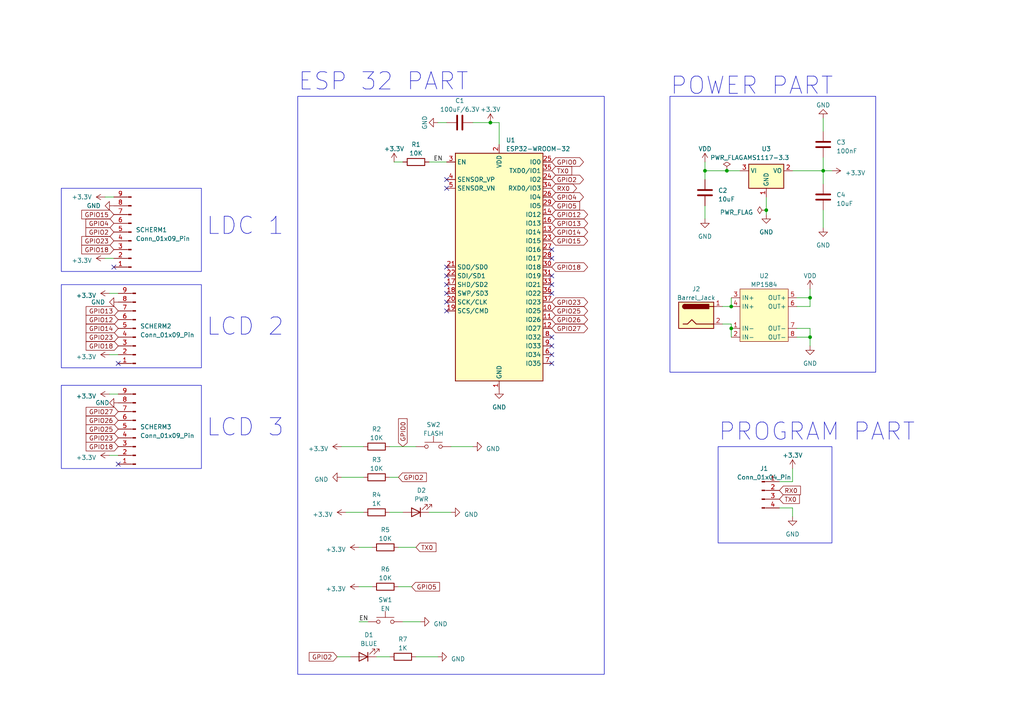
<source format=kicad_sch>
(kicad_sch (version 20230121) (generator eeschema)

  (uuid 96bae979-9258-492e-a836-f40c5b87fb43)

  (paper "A4")

  (lib_symbols
    (symbol "Connector:Barrel_Jack" (pin_names (offset 1.016)) (in_bom yes) (on_board yes)
      (property "Reference" "J" (at 0 5.334 0)
        (effects (font (size 1.27 1.27)))
      )
      (property "Value" "Barrel_Jack" (at 0 -5.08 0)
        (effects (font (size 1.27 1.27)))
      )
      (property "Footprint" "" (at 1.27 -1.016 0)
        (effects (font (size 1.27 1.27)) hide)
      )
      (property "Datasheet" "~" (at 1.27 -1.016 0)
        (effects (font (size 1.27 1.27)) hide)
      )
      (property "ki_keywords" "DC power barrel jack connector" (at 0 0 0)
        (effects (font (size 1.27 1.27)) hide)
      )
      (property "ki_description" "DC Barrel Jack" (at 0 0 0)
        (effects (font (size 1.27 1.27)) hide)
      )
      (property "ki_fp_filters" "BarrelJack*" (at 0 0 0)
        (effects (font (size 1.27 1.27)) hide)
      )
      (symbol "Barrel_Jack_0_1"
        (rectangle (start -5.08 3.81) (end 5.08 -3.81)
          (stroke (width 0.254) (type default))
          (fill (type background))
        )
        (arc (start -3.302 3.175) (mid -3.9343 2.54) (end -3.302 1.905)
          (stroke (width 0.254) (type default))
          (fill (type none))
        )
        (arc (start -3.302 3.175) (mid -3.9343 2.54) (end -3.302 1.905)
          (stroke (width 0.254) (type default))
          (fill (type outline))
        )
        (polyline
          (pts
            (xy 5.08 2.54)
            (xy 3.81 2.54)
          )
          (stroke (width 0.254) (type default))
          (fill (type none))
        )
        (polyline
          (pts
            (xy -3.81 -2.54)
            (xy -2.54 -2.54)
            (xy -1.27 -1.27)
            (xy 0 -2.54)
            (xy 2.54 -2.54)
            (xy 5.08 -2.54)
          )
          (stroke (width 0.254) (type default))
          (fill (type none))
        )
        (rectangle (start 3.683 3.175) (end -3.302 1.905)
          (stroke (width 0.254) (type default))
          (fill (type outline))
        )
      )
      (symbol "Barrel_Jack_1_1"
        (pin passive line (at 7.62 2.54 180) (length 2.54)
          (name "~" (effects (font (size 1.27 1.27))))
          (number "1" (effects (font (size 1.27 1.27))))
        )
        (pin passive line (at 7.62 -2.54 180) (length 2.54)
          (name "~" (effects (font (size 1.27 1.27))))
          (number "2" (effects (font (size 1.27 1.27))))
        )
      )
    )
    (symbol "Connector:Conn_01x04_Pin" (pin_names (offset 1.016) hide) (in_bom yes) (on_board yes)
      (property "Reference" "J" (at 0 5.08 0)
        (effects (font (size 1.27 1.27)))
      )
      (property "Value" "Conn_01x04_Pin" (at 0 -7.62 0)
        (effects (font (size 1.27 1.27)))
      )
      (property "Footprint" "" (at 0 0 0)
        (effects (font (size 1.27 1.27)) hide)
      )
      (property "Datasheet" "~" (at 0 0 0)
        (effects (font (size 1.27 1.27)) hide)
      )
      (property "ki_locked" "" (at 0 0 0)
        (effects (font (size 1.27 1.27)))
      )
      (property "ki_keywords" "connector" (at 0 0 0)
        (effects (font (size 1.27 1.27)) hide)
      )
      (property "ki_description" "Generic connector, single row, 01x04, script generated" (at 0 0 0)
        (effects (font (size 1.27 1.27)) hide)
      )
      (property "ki_fp_filters" "Connector*:*_1x??_*" (at 0 0 0)
        (effects (font (size 1.27 1.27)) hide)
      )
      (symbol "Conn_01x04_Pin_1_1"
        (polyline
          (pts
            (xy 1.27 -5.08)
            (xy 0.8636 -5.08)
          )
          (stroke (width 0.1524) (type default))
          (fill (type none))
        )
        (polyline
          (pts
            (xy 1.27 -2.54)
            (xy 0.8636 -2.54)
          )
          (stroke (width 0.1524) (type default))
          (fill (type none))
        )
        (polyline
          (pts
            (xy 1.27 0)
            (xy 0.8636 0)
          )
          (stroke (width 0.1524) (type default))
          (fill (type none))
        )
        (polyline
          (pts
            (xy 1.27 2.54)
            (xy 0.8636 2.54)
          )
          (stroke (width 0.1524) (type default))
          (fill (type none))
        )
        (rectangle (start 0.8636 -4.953) (end 0 -5.207)
          (stroke (width 0.1524) (type default))
          (fill (type outline))
        )
        (rectangle (start 0.8636 -2.413) (end 0 -2.667)
          (stroke (width 0.1524) (type default))
          (fill (type outline))
        )
        (rectangle (start 0.8636 0.127) (end 0 -0.127)
          (stroke (width 0.1524) (type default))
          (fill (type outline))
        )
        (rectangle (start 0.8636 2.667) (end 0 2.413)
          (stroke (width 0.1524) (type default))
          (fill (type outline))
        )
        (pin passive line (at 5.08 2.54 180) (length 3.81)
          (name "Pin_1" (effects (font (size 1.27 1.27))))
          (number "1" (effects (font (size 1.27 1.27))))
        )
        (pin passive line (at 5.08 0 180) (length 3.81)
          (name "Pin_2" (effects (font (size 1.27 1.27))))
          (number "2" (effects (font (size 1.27 1.27))))
        )
        (pin passive line (at 5.08 -2.54 180) (length 3.81)
          (name "Pin_3" (effects (font (size 1.27 1.27))))
          (number "3" (effects (font (size 1.27 1.27))))
        )
        (pin passive line (at 5.08 -5.08 180) (length 3.81)
          (name "Pin_4" (effects (font (size 1.27 1.27))))
          (number "4" (effects (font (size 1.27 1.27))))
        )
      )
    )
    (symbol "Connector:Conn_01x09_Pin" (pin_names (offset 1.016) hide) (in_bom yes) (on_board yes)
      (property "Reference" "J" (at 0 12.7 0)
        (effects (font (size 1.27 1.27)))
      )
      (property "Value" "Conn_01x09_Pin" (at 0 -12.7 0)
        (effects (font (size 1.27 1.27)))
      )
      (property "Footprint" "" (at 0 0 0)
        (effects (font (size 1.27 1.27)) hide)
      )
      (property "Datasheet" "~" (at 0 0 0)
        (effects (font (size 1.27 1.27)) hide)
      )
      (property "ki_locked" "" (at 0 0 0)
        (effects (font (size 1.27 1.27)))
      )
      (property "ki_keywords" "connector" (at 0 0 0)
        (effects (font (size 1.27 1.27)) hide)
      )
      (property "ki_description" "Generic connector, single row, 01x09, script generated" (at 0 0 0)
        (effects (font (size 1.27 1.27)) hide)
      )
      (property "ki_fp_filters" "Connector*:*_1x??_*" (at 0 0 0)
        (effects (font (size 1.27 1.27)) hide)
      )
      (symbol "Conn_01x09_Pin_1_1"
        (polyline
          (pts
            (xy 1.27 -10.16)
            (xy 0.8636 -10.16)
          )
          (stroke (width 0.1524) (type default))
          (fill (type none))
        )
        (polyline
          (pts
            (xy 1.27 -7.62)
            (xy 0.8636 -7.62)
          )
          (stroke (width 0.1524) (type default))
          (fill (type none))
        )
        (polyline
          (pts
            (xy 1.27 -5.08)
            (xy 0.8636 -5.08)
          )
          (stroke (width 0.1524) (type default))
          (fill (type none))
        )
        (polyline
          (pts
            (xy 1.27 -2.54)
            (xy 0.8636 -2.54)
          )
          (stroke (width 0.1524) (type default))
          (fill (type none))
        )
        (polyline
          (pts
            (xy 1.27 0)
            (xy 0.8636 0)
          )
          (stroke (width 0.1524) (type default))
          (fill (type none))
        )
        (polyline
          (pts
            (xy 1.27 2.54)
            (xy 0.8636 2.54)
          )
          (stroke (width 0.1524) (type default))
          (fill (type none))
        )
        (polyline
          (pts
            (xy 1.27 5.08)
            (xy 0.8636 5.08)
          )
          (stroke (width 0.1524) (type default))
          (fill (type none))
        )
        (polyline
          (pts
            (xy 1.27 7.62)
            (xy 0.8636 7.62)
          )
          (stroke (width 0.1524) (type default))
          (fill (type none))
        )
        (polyline
          (pts
            (xy 1.27 10.16)
            (xy 0.8636 10.16)
          )
          (stroke (width 0.1524) (type default))
          (fill (type none))
        )
        (rectangle (start 0.8636 -10.033) (end 0 -10.287)
          (stroke (width 0.1524) (type default))
          (fill (type outline))
        )
        (rectangle (start 0.8636 -7.493) (end 0 -7.747)
          (stroke (width 0.1524) (type default))
          (fill (type outline))
        )
        (rectangle (start 0.8636 -4.953) (end 0 -5.207)
          (stroke (width 0.1524) (type default))
          (fill (type outline))
        )
        (rectangle (start 0.8636 -2.413) (end 0 -2.667)
          (stroke (width 0.1524) (type default))
          (fill (type outline))
        )
        (rectangle (start 0.8636 0.127) (end 0 -0.127)
          (stroke (width 0.1524) (type default))
          (fill (type outline))
        )
        (rectangle (start 0.8636 2.667) (end 0 2.413)
          (stroke (width 0.1524) (type default))
          (fill (type outline))
        )
        (rectangle (start 0.8636 5.207) (end 0 4.953)
          (stroke (width 0.1524) (type default))
          (fill (type outline))
        )
        (rectangle (start 0.8636 7.747) (end 0 7.493)
          (stroke (width 0.1524) (type default))
          (fill (type outline))
        )
        (rectangle (start 0.8636 10.287) (end 0 10.033)
          (stroke (width 0.1524) (type default))
          (fill (type outline))
        )
        (pin passive line (at 5.08 10.16 180) (length 3.81)
          (name "Pin_1" (effects (font (size 1.27 1.27))))
          (number "1" (effects (font (size 1.27 1.27))))
        )
        (pin passive line (at 5.08 7.62 180) (length 3.81)
          (name "Pin_2" (effects (font (size 1.27 1.27))))
          (number "2" (effects (font (size 1.27 1.27))))
        )
        (pin passive line (at 5.08 5.08 180) (length 3.81)
          (name "Pin_3" (effects (font (size 1.27 1.27))))
          (number "3" (effects (font (size 1.27 1.27))))
        )
        (pin passive line (at 5.08 2.54 180) (length 3.81)
          (name "Pin_4" (effects (font (size 1.27 1.27))))
          (number "4" (effects (font (size 1.27 1.27))))
        )
        (pin passive line (at 5.08 0 180) (length 3.81)
          (name "Pin_5" (effects (font (size 1.27 1.27))))
          (number "5" (effects (font (size 1.27 1.27))))
        )
        (pin passive line (at 5.08 -2.54 180) (length 3.81)
          (name "Pin_6" (effects (font (size 1.27 1.27))))
          (number "6" (effects (font (size 1.27 1.27))))
        )
        (pin passive line (at 5.08 -5.08 180) (length 3.81)
          (name "Pin_7" (effects (font (size 1.27 1.27))))
          (number "7" (effects (font (size 1.27 1.27))))
        )
        (pin passive line (at 5.08 -7.62 180) (length 3.81)
          (name "Pin_8" (effects (font (size 1.27 1.27))))
          (number "8" (effects (font (size 1.27 1.27))))
        )
        (pin passive line (at 5.08 -10.16 180) (length 3.81)
          (name "Pin_9" (effects (font (size 1.27 1.27))))
          (number "9" (effects (font (size 1.27 1.27))))
        )
      )
    )
    (symbol "Device:C" (pin_numbers hide) (pin_names (offset 0.254)) (in_bom yes) (on_board yes)
      (property "Reference" "C" (at 0.635 2.54 0)
        (effects (font (size 1.27 1.27)) (justify left))
      )
      (property "Value" "C" (at 0.635 -2.54 0)
        (effects (font (size 1.27 1.27)) (justify left))
      )
      (property "Footprint" "" (at 0.9652 -3.81 0)
        (effects (font (size 1.27 1.27)) hide)
      )
      (property "Datasheet" "~" (at 0 0 0)
        (effects (font (size 1.27 1.27)) hide)
      )
      (property "ki_keywords" "cap capacitor" (at 0 0 0)
        (effects (font (size 1.27 1.27)) hide)
      )
      (property "ki_description" "Unpolarized capacitor" (at 0 0 0)
        (effects (font (size 1.27 1.27)) hide)
      )
      (property "ki_fp_filters" "C_*" (at 0 0 0)
        (effects (font (size 1.27 1.27)) hide)
      )
      (symbol "C_0_1"
        (polyline
          (pts
            (xy -2.032 -0.762)
            (xy 2.032 -0.762)
          )
          (stroke (width 0.508) (type default))
          (fill (type none))
        )
        (polyline
          (pts
            (xy -2.032 0.762)
            (xy 2.032 0.762)
          )
          (stroke (width 0.508) (type default))
          (fill (type none))
        )
      )
      (symbol "C_1_1"
        (pin passive line (at 0 3.81 270) (length 2.794)
          (name "~" (effects (font (size 1.27 1.27))))
          (number "1" (effects (font (size 1.27 1.27))))
        )
        (pin passive line (at 0 -3.81 90) (length 2.794)
          (name "~" (effects (font (size 1.27 1.27))))
          (number "2" (effects (font (size 1.27 1.27))))
        )
      )
    )
    (symbol "Device:LED" (pin_numbers hide) (pin_names (offset 1.016) hide) (in_bom yes) (on_board yes)
      (property "Reference" "D" (at 0 2.54 0)
        (effects (font (size 1.27 1.27)))
      )
      (property "Value" "LED" (at 0 -2.54 0)
        (effects (font (size 1.27 1.27)))
      )
      (property "Footprint" "" (at 0 0 0)
        (effects (font (size 1.27 1.27)) hide)
      )
      (property "Datasheet" "~" (at 0 0 0)
        (effects (font (size 1.27 1.27)) hide)
      )
      (property "ki_keywords" "LED diode" (at 0 0 0)
        (effects (font (size 1.27 1.27)) hide)
      )
      (property "ki_description" "Light emitting diode" (at 0 0 0)
        (effects (font (size 1.27 1.27)) hide)
      )
      (property "ki_fp_filters" "LED* LED_SMD:* LED_THT:*" (at 0 0 0)
        (effects (font (size 1.27 1.27)) hide)
      )
      (symbol "LED_0_1"
        (polyline
          (pts
            (xy -1.27 -1.27)
            (xy -1.27 1.27)
          )
          (stroke (width 0.254) (type default))
          (fill (type none))
        )
        (polyline
          (pts
            (xy -1.27 0)
            (xy 1.27 0)
          )
          (stroke (width 0) (type default))
          (fill (type none))
        )
        (polyline
          (pts
            (xy 1.27 -1.27)
            (xy 1.27 1.27)
            (xy -1.27 0)
            (xy 1.27 -1.27)
          )
          (stroke (width 0.254) (type default))
          (fill (type none))
        )
        (polyline
          (pts
            (xy -3.048 -0.762)
            (xy -4.572 -2.286)
            (xy -3.81 -2.286)
            (xy -4.572 -2.286)
            (xy -4.572 -1.524)
          )
          (stroke (width 0) (type default))
          (fill (type none))
        )
        (polyline
          (pts
            (xy -1.778 -0.762)
            (xy -3.302 -2.286)
            (xy -2.54 -2.286)
            (xy -3.302 -2.286)
            (xy -3.302 -1.524)
          )
          (stroke (width 0) (type default))
          (fill (type none))
        )
      )
      (symbol "LED_1_1"
        (pin passive line (at -3.81 0 0) (length 2.54)
          (name "K" (effects (font (size 1.27 1.27))))
          (number "1" (effects (font (size 1.27 1.27))))
        )
        (pin passive line (at 3.81 0 180) (length 2.54)
          (name "A" (effects (font (size 1.27 1.27))))
          (number "2" (effects (font (size 1.27 1.27))))
        )
      )
    )
    (symbol "Device:R" (pin_numbers hide) (pin_names (offset 0)) (in_bom yes) (on_board yes)
      (property "Reference" "R" (at 2.032 0 90)
        (effects (font (size 1.27 1.27)))
      )
      (property "Value" "R" (at 0 0 90)
        (effects (font (size 1.27 1.27)))
      )
      (property "Footprint" "" (at -1.778 0 90)
        (effects (font (size 1.27 1.27)) hide)
      )
      (property "Datasheet" "~" (at 0 0 0)
        (effects (font (size 1.27 1.27)) hide)
      )
      (property "ki_keywords" "R res resistor" (at 0 0 0)
        (effects (font (size 1.27 1.27)) hide)
      )
      (property "ki_description" "Resistor" (at 0 0 0)
        (effects (font (size 1.27 1.27)) hide)
      )
      (property "ki_fp_filters" "R_*" (at 0 0 0)
        (effects (font (size 1.27 1.27)) hide)
      )
      (symbol "R_0_1"
        (rectangle (start -1.016 -2.54) (end 1.016 2.54)
          (stroke (width 0.254) (type default))
          (fill (type none))
        )
      )
      (symbol "R_1_1"
        (pin passive line (at 0 3.81 270) (length 1.27)
          (name "~" (effects (font (size 1.27 1.27))))
          (number "1" (effects (font (size 1.27 1.27))))
        )
        (pin passive line (at 0 -3.81 90) (length 1.27)
          (name "~" (effects (font (size 1.27 1.27))))
          (number "2" (effects (font (size 1.27 1.27))))
        )
      )
    )
    (symbol "Lib:MP1584" (in_bom yes) (on_board yes)
      (property "Reference" "U" (at 0 2.54 0)
        (effects (font (size 1.27 1.27)))
      )
      (property "Value" "MP1584" (at 2.54 5.08 0)
        (effects (font (size 1.27 1.27)))
      )
      (property "Footprint" "" (at 0 0 0)
        (effects (font (size 1.27 1.27)) hide)
      )
      (property "Datasheet" "" (at 0 0 0)
        (effects (font (size 1.27 1.27)) hide)
      )
      (symbol "MP1584_1_1"
        (rectangle (start -3.81 1.27) (end 10.16 -13.97)
          (stroke (width 0) (type default))
          (fill (type background))
        )
        (pin input line (at -6.35 -10.16 0) (length 2.54)
          (name "IN-" (effects (font (size 1.27 1.27))))
          (number "1" (effects (font (size 1.27 1.27))))
        )
        (pin input line (at -6.35 -12.7 0) (length 2.54)
          (name "IN-" (effects (font (size 1.27 1.27))))
          (number "2" (effects (font (size 1.27 1.27))))
        )
        (pin input line (at -6.35 -1.27 0) (length 2.54)
          (name "IN+" (effects (font (size 1.27 1.27))))
          (number "3" (effects (font (size 1.27 1.27))))
        )
        (pin input line (at -6.35 -3.81 0) (length 2.54)
          (name "IN+" (effects (font (size 1.27 1.27))))
          (number "4" (effects (font (size 1.27 1.27))))
        )
        (pin input line (at 12.7 -1.27 180) (length 2.54)
          (name "OUT+" (effects (font (size 1.27 1.27))))
          (number "5" (effects (font (size 1.27 1.27))))
        )
        (pin input line (at 12.7 -3.81 180) (length 2.54)
          (name "OUT+" (effects (font (size 1.27 1.27))))
          (number "6" (effects (font (size 1.27 1.27))))
        )
        (pin input line (at 12.7 -10.16 180) (length 2.54)
          (name "OUT-" (effects (font (size 1.27 1.27))))
          (number "7" (effects (font (size 1.27 1.27))))
        )
        (pin input line (at 12.7 -12.7 180) (length 2.54)
          (name "OUT-" (effects (font (size 1.27 1.27))))
          (number "8" (effects (font (size 1.27 1.27))))
        )
      )
    )
    (symbol "RF_Module:ESP32-WROOM-32" (in_bom yes) (on_board yes)
      (property "Reference" "U" (at -12.7 34.29 0)
        (effects (font (size 1.27 1.27)) (justify left))
      )
      (property "Value" "ESP32-WROOM-32" (at 1.27 34.29 0)
        (effects (font (size 1.27 1.27)) (justify left))
      )
      (property "Footprint" "RF_Module:ESP32-WROOM-32" (at 0 -38.1 0)
        (effects (font (size 1.27 1.27)) hide)
      )
      (property "Datasheet" "https://www.espressif.com/sites/default/files/documentation/esp32-wroom-32_datasheet_en.pdf" (at -7.62 1.27 0)
        (effects (font (size 1.27 1.27)) hide)
      )
      (property "ki_keywords" "RF Radio BT ESP ESP32 Espressif onboard PCB antenna" (at 0 0 0)
        (effects (font (size 1.27 1.27)) hide)
      )
      (property "ki_description" "RF Module, ESP32-D0WDQ6 SoC, Wi-Fi 802.11b/g/n, Bluetooth, BLE, 32-bit, 2.7-3.6V, onboard antenna, SMD" (at 0 0 0)
        (effects (font (size 1.27 1.27)) hide)
      )
      (property "ki_fp_filters" "ESP32?WROOM?32*" (at 0 0 0)
        (effects (font (size 1.27 1.27)) hide)
      )
      (symbol "ESP32-WROOM-32_0_1"
        (rectangle (start -12.7 33.02) (end 12.7 -33.02)
          (stroke (width 0.254) (type default))
          (fill (type background))
        )
      )
      (symbol "ESP32-WROOM-32_1_1"
        (pin power_in line (at 0 -35.56 90) (length 2.54)
          (name "GND" (effects (font (size 1.27 1.27))))
          (number "1" (effects (font (size 1.27 1.27))))
        )
        (pin bidirectional line (at 15.24 -12.7 180) (length 2.54)
          (name "IO25" (effects (font (size 1.27 1.27))))
          (number "10" (effects (font (size 1.27 1.27))))
        )
        (pin bidirectional line (at 15.24 -15.24 180) (length 2.54)
          (name "IO26" (effects (font (size 1.27 1.27))))
          (number "11" (effects (font (size 1.27 1.27))))
        )
        (pin bidirectional line (at 15.24 -17.78 180) (length 2.54)
          (name "IO27" (effects (font (size 1.27 1.27))))
          (number "12" (effects (font (size 1.27 1.27))))
        )
        (pin bidirectional line (at 15.24 10.16 180) (length 2.54)
          (name "IO14" (effects (font (size 1.27 1.27))))
          (number "13" (effects (font (size 1.27 1.27))))
        )
        (pin bidirectional line (at 15.24 15.24 180) (length 2.54)
          (name "IO12" (effects (font (size 1.27 1.27))))
          (number "14" (effects (font (size 1.27 1.27))))
        )
        (pin passive line (at 0 -35.56 90) (length 2.54) hide
          (name "GND" (effects (font (size 1.27 1.27))))
          (number "15" (effects (font (size 1.27 1.27))))
        )
        (pin bidirectional line (at 15.24 12.7 180) (length 2.54)
          (name "IO13" (effects (font (size 1.27 1.27))))
          (number "16" (effects (font (size 1.27 1.27))))
        )
        (pin bidirectional line (at -15.24 -5.08 0) (length 2.54)
          (name "SHD/SD2" (effects (font (size 1.27 1.27))))
          (number "17" (effects (font (size 1.27 1.27))))
        )
        (pin bidirectional line (at -15.24 -7.62 0) (length 2.54)
          (name "SWP/SD3" (effects (font (size 1.27 1.27))))
          (number "18" (effects (font (size 1.27 1.27))))
        )
        (pin bidirectional line (at -15.24 -12.7 0) (length 2.54)
          (name "SCS/CMD" (effects (font (size 1.27 1.27))))
          (number "19" (effects (font (size 1.27 1.27))))
        )
        (pin power_in line (at 0 35.56 270) (length 2.54)
          (name "VDD" (effects (font (size 1.27 1.27))))
          (number "2" (effects (font (size 1.27 1.27))))
        )
        (pin bidirectional line (at -15.24 -10.16 0) (length 2.54)
          (name "SCK/CLK" (effects (font (size 1.27 1.27))))
          (number "20" (effects (font (size 1.27 1.27))))
        )
        (pin bidirectional line (at -15.24 0 0) (length 2.54)
          (name "SDO/SD0" (effects (font (size 1.27 1.27))))
          (number "21" (effects (font (size 1.27 1.27))))
        )
        (pin bidirectional line (at -15.24 -2.54 0) (length 2.54)
          (name "SDI/SD1" (effects (font (size 1.27 1.27))))
          (number "22" (effects (font (size 1.27 1.27))))
        )
        (pin bidirectional line (at 15.24 7.62 180) (length 2.54)
          (name "IO15" (effects (font (size 1.27 1.27))))
          (number "23" (effects (font (size 1.27 1.27))))
        )
        (pin bidirectional line (at 15.24 25.4 180) (length 2.54)
          (name "IO2" (effects (font (size 1.27 1.27))))
          (number "24" (effects (font (size 1.27 1.27))))
        )
        (pin bidirectional line (at 15.24 30.48 180) (length 2.54)
          (name "IO0" (effects (font (size 1.27 1.27))))
          (number "25" (effects (font (size 1.27 1.27))))
        )
        (pin bidirectional line (at 15.24 20.32 180) (length 2.54)
          (name "IO4" (effects (font (size 1.27 1.27))))
          (number "26" (effects (font (size 1.27 1.27))))
        )
        (pin bidirectional line (at 15.24 5.08 180) (length 2.54)
          (name "IO16" (effects (font (size 1.27 1.27))))
          (number "27" (effects (font (size 1.27 1.27))))
        )
        (pin bidirectional line (at 15.24 2.54 180) (length 2.54)
          (name "IO17" (effects (font (size 1.27 1.27))))
          (number "28" (effects (font (size 1.27 1.27))))
        )
        (pin bidirectional line (at 15.24 17.78 180) (length 2.54)
          (name "IO5" (effects (font (size 1.27 1.27))))
          (number "29" (effects (font (size 1.27 1.27))))
        )
        (pin input line (at -15.24 30.48 0) (length 2.54)
          (name "EN" (effects (font (size 1.27 1.27))))
          (number "3" (effects (font (size 1.27 1.27))))
        )
        (pin bidirectional line (at 15.24 0 180) (length 2.54)
          (name "IO18" (effects (font (size 1.27 1.27))))
          (number "30" (effects (font (size 1.27 1.27))))
        )
        (pin bidirectional line (at 15.24 -2.54 180) (length 2.54)
          (name "IO19" (effects (font (size 1.27 1.27))))
          (number "31" (effects (font (size 1.27 1.27))))
        )
        (pin no_connect line (at -12.7 -27.94 0) (length 2.54) hide
          (name "NC" (effects (font (size 1.27 1.27))))
          (number "32" (effects (font (size 1.27 1.27))))
        )
        (pin bidirectional line (at 15.24 -5.08 180) (length 2.54)
          (name "IO21" (effects (font (size 1.27 1.27))))
          (number "33" (effects (font (size 1.27 1.27))))
        )
        (pin bidirectional line (at 15.24 22.86 180) (length 2.54)
          (name "RXD0/IO3" (effects (font (size 1.27 1.27))))
          (number "34" (effects (font (size 1.27 1.27))))
        )
        (pin bidirectional line (at 15.24 27.94 180) (length 2.54)
          (name "TXD0/IO1" (effects (font (size 1.27 1.27))))
          (number "35" (effects (font (size 1.27 1.27))))
        )
        (pin bidirectional line (at 15.24 -7.62 180) (length 2.54)
          (name "IO22" (effects (font (size 1.27 1.27))))
          (number "36" (effects (font (size 1.27 1.27))))
        )
        (pin bidirectional line (at 15.24 -10.16 180) (length 2.54)
          (name "IO23" (effects (font (size 1.27 1.27))))
          (number "37" (effects (font (size 1.27 1.27))))
        )
        (pin passive line (at 0 -35.56 90) (length 2.54) hide
          (name "GND" (effects (font (size 1.27 1.27))))
          (number "38" (effects (font (size 1.27 1.27))))
        )
        (pin passive line (at 0 -35.56 90) (length 2.54) hide
          (name "GND" (effects (font (size 1.27 1.27))))
          (number "39" (effects (font (size 1.27 1.27))))
        )
        (pin input line (at -15.24 25.4 0) (length 2.54)
          (name "SENSOR_VP" (effects (font (size 1.27 1.27))))
          (number "4" (effects (font (size 1.27 1.27))))
        )
        (pin input line (at -15.24 22.86 0) (length 2.54)
          (name "SENSOR_VN" (effects (font (size 1.27 1.27))))
          (number "5" (effects (font (size 1.27 1.27))))
        )
        (pin input line (at 15.24 -25.4 180) (length 2.54)
          (name "IO34" (effects (font (size 1.27 1.27))))
          (number "6" (effects (font (size 1.27 1.27))))
        )
        (pin input line (at 15.24 -27.94 180) (length 2.54)
          (name "IO35" (effects (font (size 1.27 1.27))))
          (number "7" (effects (font (size 1.27 1.27))))
        )
        (pin bidirectional line (at 15.24 -20.32 180) (length 2.54)
          (name "IO32" (effects (font (size 1.27 1.27))))
          (number "8" (effects (font (size 1.27 1.27))))
        )
        (pin bidirectional line (at 15.24 -22.86 180) (length 2.54)
          (name "IO33" (effects (font (size 1.27 1.27))))
          (number "9" (effects (font (size 1.27 1.27))))
        )
      )
    )
    (symbol "Regulator_Linear:AMS1117-3.3" (in_bom yes) (on_board yes)
      (property "Reference" "U" (at -3.81 3.175 0)
        (effects (font (size 1.27 1.27)))
      )
      (property "Value" "AMS1117-3.3" (at 0 3.175 0)
        (effects (font (size 1.27 1.27)) (justify left))
      )
      (property "Footprint" "Package_TO_SOT_SMD:SOT-223-3_TabPin2" (at 0 5.08 0)
        (effects (font (size 1.27 1.27)) hide)
      )
      (property "Datasheet" "http://www.advanced-monolithic.com/pdf/ds1117.pdf" (at 2.54 -6.35 0)
        (effects (font (size 1.27 1.27)) hide)
      )
      (property "ki_keywords" "linear regulator ldo fixed positive" (at 0 0 0)
        (effects (font (size 1.27 1.27)) hide)
      )
      (property "ki_description" "1A Low Dropout regulator, positive, 3.3V fixed output, SOT-223" (at 0 0 0)
        (effects (font (size 1.27 1.27)) hide)
      )
      (property "ki_fp_filters" "SOT?223*TabPin2*" (at 0 0 0)
        (effects (font (size 1.27 1.27)) hide)
      )
      (symbol "AMS1117-3.3_0_1"
        (rectangle (start -5.08 -5.08) (end 5.08 1.905)
          (stroke (width 0.254) (type default))
          (fill (type background))
        )
      )
      (symbol "AMS1117-3.3_1_1"
        (pin power_in line (at 0 -7.62 90) (length 2.54)
          (name "GND" (effects (font (size 1.27 1.27))))
          (number "1" (effects (font (size 1.27 1.27))))
        )
        (pin power_out line (at 7.62 0 180) (length 2.54)
          (name "VO" (effects (font (size 1.27 1.27))))
          (number "2" (effects (font (size 1.27 1.27))))
        )
        (pin power_in line (at -7.62 0 0) (length 2.54)
          (name "VI" (effects (font (size 1.27 1.27))))
          (number "3" (effects (font (size 1.27 1.27))))
        )
      )
    )
    (symbol "Switch:SW_Push" (pin_numbers hide) (pin_names (offset 1.016) hide) (in_bom yes) (on_board yes)
      (property "Reference" "SW" (at 1.27 2.54 0)
        (effects (font (size 1.27 1.27)) (justify left))
      )
      (property "Value" "SW_Push" (at 0 -1.524 0)
        (effects (font (size 1.27 1.27)))
      )
      (property "Footprint" "" (at 0 5.08 0)
        (effects (font (size 1.27 1.27)) hide)
      )
      (property "Datasheet" "~" (at 0 5.08 0)
        (effects (font (size 1.27 1.27)) hide)
      )
      (property "ki_keywords" "switch normally-open pushbutton push-button" (at 0 0 0)
        (effects (font (size 1.27 1.27)) hide)
      )
      (property "ki_description" "Push button switch, generic, two pins" (at 0 0 0)
        (effects (font (size 1.27 1.27)) hide)
      )
      (symbol "SW_Push_0_1"
        (circle (center -2.032 0) (radius 0.508)
          (stroke (width 0) (type default))
          (fill (type none))
        )
        (polyline
          (pts
            (xy 0 1.27)
            (xy 0 3.048)
          )
          (stroke (width 0) (type default))
          (fill (type none))
        )
        (polyline
          (pts
            (xy 2.54 1.27)
            (xy -2.54 1.27)
          )
          (stroke (width 0) (type default))
          (fill (type none))
        )
        (circle (center 2.032 0) (radius 0.508)
          (stroke (width 0) (type default))
          (fill (type none))
        )
        (pin passive line (at -5.08 0 0) (length 2.54)
          (name "1" (effects (font (size 1.27 1.27))))
          (number "1" (effects (font (size 1.27 1.27))))
        )
        (pin passive line (at 5.08 0 180) (length 2.54)
          (name "2" (effects (font (size 1.27 1.27))))
          (number "2" (effects (font (size 1.27 1.27))))
        )
      )
    )
    (symbol "power:+3.3V" (power) (pin_names (offset 0)) (in_bom yes) (on_board yes)
      (property "Reference" "#PWR" (at 0 -3.81 0)
        (effects (font (size 1.27 1.27)) hide)
      )
      (property "Value" "+3.3V" (at 0 3.556 0)
        (effects (font (size 1.27 1.27)))
      )
      (property "Footprint" "" (at 0 0 0)
        (effects (font (size 1.27 1.27)) hide)
      )
      (property "Datasheet" "" (at 0 0 0)
        (effects (font (size 1.27 1.27)) hide)
      )
      (property "ki_keywords" "global power" (at 0 0 0)
        (effects (font (size 1.27 1.27)) hide)
      )
      (property "ki_description" "Power symbol creates a global label with name \"+3.3V\"" (at 0 0 0)
        (effects (font (size 1.27 1.27)) hide)
      )
      (symbol "+3.3V_0_1"
        (polyline
          (pts
            (xy -0.762 1.27)
            (xy 0 2.54)
          )
          (stroke (width 0) (type default))
          (fill (type none))
        )
        (polyline
          (pts
            (xy 0 0)
            (xy 0 2.54)
          )
          (stroke (width 0) (type default))
          (fill (type none))
        )
        (polyline
          (pts
            (xy 0 2.54)
            (xy 0.762 1.27)
          )
          (stroke (width 0) (type default))
          (fill (type none))
        )
      )
      (symbol "+3.3V_1_1"
        (pin power_in line (at 0 0 90) (length 0) hide
          (name "+3.3V" (effects (font (size 1.27 1.27))))
          (number "1" (effects (font (size 1.27 1.27))))
        )
      )
    )
    (symbol "power:GND" (power) (pin_names (offset 0)) (in_bom yes) (on_board yes)
      (property "Reference" "#PWR" (at 0 -6.35 0)
        (effects (font (size 1.27 1.27)) hide)
      )
      (property "Value" "GND" (at 0 -3.81 0)
        (effects (font (size 1.27 1.27)))
      )
      (property "Footprint" "" (at 0 0 0)
        (effects (font (size 1.27 1.27)) hide)
      )
      (property "Datasheet" "" (at 0 0 0)
        (effects (font (size 1.27 1.27)) hide)
      )
      (property "ki_keywords" "global power" (at 0 0 0)
        (effects (font (size 1.27 1.27)) hide)
      )
      (property "ki_description" "Power symbol creates a global label with name \"GND\" , ground" (at 0 0 0)
        (effects (font (size 1.27 1.27)) hide)
      )
      (symbol "GND_0_1"
        (polyline
          (pts
            (xy 0 0)
            (xy 0 -1.27)
            (xy 1.27 -1.27)
            (xy 0 -2.54)
            (xy -1.27 -1.27)
            (xy 0 -1.27)
          )
          (stroke (width 0) (type default))
          (fill (type none))
        )
      )
      (symbol "GND_1_1"
        (pin power_in line (at 0 0 270) (length 0) hide
          (name "GND" (effects (font (size 1.27 1.27))))
          (number "1" (effects (font (size 1.27 1.27))))
        )
      )
    )
    (symbol "power:PWR_FLAG" (power) (pin_numbers hide) (pin_names (offset 0) hide) (in_bom yes) (on_board yes)
      (property "Reference" "#FLG" (at 0 1.905 0)
        (effects (font (size 1.27 1.27)) hide)
      )
      (property "Value" "PWR_FLAG" (at 0 3.81 0)
        (effects (font (size 1.27 1.27)))
      )
      (property "Footprint" "" (at 0 0 0)
        (effects (font (size 1.27 1.27)) hide)
      )
      (property "Datasheet" "~" (at 0 0 0)
        (effects (font (size 1.27 1.27)) hide)
      )
      (property "ki_keywords" "flag power" (at 0 0 0)
        (effects (font (size 1.27 1.27)) hide)
      )
      (property "ki_description" "Special symbol for telling ERC where power comes from" (at 0 0 0)
        (effects (font (size 1.27 1.27)) hide)
      )
      (symbol "PWR_FLAG_0_0"
        (pin power_out line (at 0 0 90) (length 0)
          (name "pwr" (effects (font (size 1.27 1.27))))
          (number "1" (effects (font (size 1.27 1.27))))
        )
      )
      (symbol "PWR_FLAG_0_1"
        (polyline
          (pts
            (xy 0 0)
            (xy 0 1.27)
            (xy -1.016 1.905)
            (xy 0 2.54)
            (xy 1.016 1.905)
            (xy 0 1.27)
          )
          (stroke (width 0) (type default))
          (fill (type none))
        )
      )
    )
    (symbol "power:VDD" (power) (pin_names (offset 0)) (in_bom yes) (on_board yes)
      (property "Reference" "#PWR" (at 0 -3.81 0)
        (effects (font (size 1.27 1.27)) hide)
      )
      (property "Value" "VDD" (at 0 3.81 0)
        (effects (font (size 1.27 1.27)))
      )
      (property "Footprint" "" (at 0 0 0)
        (effects (font (size 1.27 1.27)) hide)
      )
      (property "Datasheet" "" (at 0 0 0)
        (effects (font (size 1.27 1.27)) hide)
      )
      (property "ki_keywords" "global power" (at 0 0 0)
        (effects (font (size 1.27 1.27)) hide)
      )
      (property "ki_description" "Power symbol creates a global label with name \"VDD\"" (at 0 0 0)
        (effects (font (size 1.27 1.27)) hide)
      )
      (symbol "VDD_0_1"
        (polyline
          (pts
            (xy -0.762 1.27)
            (xy 0 2.54)
          )
          (stroke (width 0) (type default))
          (fill (type none))
        )
        (polyline
          (pts
            (xy 0 0)
            (xy 0 2.54)
          )
          (stroke (width 0) (type default))
          (fill (type none))
        )
        (polyline
          (pts
            (xy 0 2.54)
            (xy 0.762 1.27)
          )
          (stroke (width 0) (type default))
          (fill (type none))
        )
      )
      (symbol "VDD_1_1"
        (pin power_in line (at 0 0 90) (length 0) hide
          (name "VDD" (effects (font (size 1.27 1.27))))
          (number "1" (effects (font (size 1.27 1.27))))
        )
      )
    )
  )

  (junction (at 212.09 88.9) (diameter 0) (color 0 0 0 0)
    (uuid 07d92288-a75a-4fa1-b5a6-3269926c00bf)
  )
  (junction (at 238.76 49.53) (diameter 0) (color 0 0 0 0)
    (uuid 14e9a9fe-c7c2-4c87-8514-01de71170b91)
  )
  (junction (at 210.82 49.53) (diameter 0) (color 0 0 0 0)
    (uuid 193bc630-3e8e-4516-b8a6-86151ba35c1d)
  )
  (junction (at 234.95 97.79) (diameter 0) (color 0 0 0 0)
    (uuid 29083378-90a6-4ab6-a7a4-dd7ebb942891)
  )
  (junction (at 222.25 60.96) (diameter 0) (color 0 0 0 0)
    (uuid 2a25f231-2bc2-415f-a58d-ab0b23c696fa)
  )
  (junction (at 142.24 35.56) (diameter 0) (color 0 0 0 0)
    (uuid 72c2c318-4365-4c76-bd94-63827452d086)
  )
  (junction (at 234.95 86.36) (diameter 0) (color 0 0 0 0)
    (uuid 7d6990d0-2859-4300-8f0b-4a7105dc28b0)
  )
  (junction (at 212.09 95.25) (diameter 0) (color 0 0 0 0)
    (uuid 9eefc2d0-9192-4ad9-8240-e712ba530d21)
  )
  (junction (at 204.47 49.53) (diameter 0) (color 0 0 0 0)
    (uuid f73904f5-5c7f-4537-98f4-3e679156472d)
  )

  (no_connect (at 129.54 82.55) (uuid 0cd0e832-65b9-4dfd-b590-015e122ff915))
  (no_connect (at 160.02 80.01) (uuid 0d46a48e-8ec8-4ecf-af31-e9522601ae43))
  (no_connect (at 129.54 54.61) (uuid 24846ee3-6931-46f9-8387-9652dbc86666))
  (no_connect (at 34.29 134.62) (uuid 2eaacc01-2fac-4169-9a0a-1fb55d22de8f))
  (no_connect (at 160.02 105.41) (uuid 46b23ae1-09c7-49ca-8d57-59b99eb69228))
  (no_connect (at 160.02 82.55) (uuid 5c914055-f186-4944-8fd9-0d6a2ae96284))
  (no_connect (at 160.02 97.79) (uuid 75f8d236-da98-491d-8c30-61e7a478e421))
  (no_connect (at 129.54 80.01) (uuid 90fa4829-cc44-4634-99ab-5394184769df))
  (no_connect (at 160.02 102.87) (uuid 93fff9d6-8fc5-422b-8da4-2a2c7dfc4bfa))
  (no_connect (at 160.02 85.09) (uuid 9cba0fc9-3347-4fe3-a0e4-b477920d8961))
  (no_connect (at 160.02 74.93) (uuid 9d05f3cc-9292-42ca-9afc-70565c3a597c))
  (no_connect (at 129.54 87.63) (uuid a7f6bf63-b620-4812-a19d-c2eabee59d90))
  (no_connect (at 33.02 77.47) (uuid b31f5ea3-dd66-43fc-82f3-97380e700544))
  (no_connect (at 129.54 52.07) (uuid bf3615fd-195c-4276-a24e-044542b74cf2))
  (no_connect (at 34.29 105.41) (uuid c1178f2a-eb4d-44a6-b26a-f91e5a216303))
  (no_connect (at 129.54 85.09) (uuid cfed7ba4-7558-4a2d-888a-a7ff5f6afb9f))
  (no_connect (at 160.02 72.39) (uuid dc2c6bd6-472e-4c70-8fe5-9bf686728cfe))
  (no_connect (at 160.02 100.33) (uuid e3873bc5-aabb-43a0-b463-43619152ba2f))
  (no_connect (at 129.54 77.47) (uuid e524c831-8e0c-4202-acb0-542339f5fec8))
  (no_connect (at 129.54 90.17) (uuid edaee3fa-41bb-41bf-a00a-a397fd57fd27))

  (wire (pts (xy 234.95 88.9) (xy 234.95 86.36))
    (stroke (width 0) (type default))
    (uuid 02a9352d-5b48-4098-b1c9-58fe70325f7d)
  )
  (wire (pts (xy 142.24 35.56) (xy 137.16 35.56))
    (stroke (width 0) (type default))
    (uuid 06f12e5e-c7f9-4c49-8806-ee46888dfc2f)
  )
  (wire (pts (xy 113.03 138.43) (xy 115.57 138.43))
    (stroke (width 0) (type default))
    (uuid 07de9763-1152-417a-ba1a-22a82facfdc8)
  )
  (wire (pts (xy 120.65 190.5) (xy 127 190.5))
    (stroke (width 0) (type default))
    (uuid 09311138-9fc7-43f8-842b-bb641b45e949)
  )
  (wire (pts (xy 234.95 86.36) (xy 234.95 83.82))
    (stroke (width 0) (type default))
    (uuid 0a9f20a1-9961-4486-92ad-827ba86cde22)
  )
  (wire (pts (xy 109.22 190.5) (xy 113.03 190.5))
    (stroke (width 0) (type default))
    (uuid 129a8f3b-fba9-4458-80c9-a7f74d809946)
  )
  (wire (pts (xy 229.87 147.32) (xy 226.06 147.32))
    (stroke (width 0) (type default))
    (uuid 1fd1e067-c623-42af-87e8-d8b235105eac)
  )
  (wire (pts (xy 104.14 170.18) (xy 107.95 170.18))
    (stroke (width 0) (type default))
    (uuid 24a017a0-1fac-4f06-a560-9c6500089882)
  )
  (wire (pts (xy 100.33 148.59) (xy 105.41 148.59))
    (stroke (width 0) (type default))
    (uuid 2b6a299c-2bf1-42e1-b579-5dad44c97c67)
  )
  (wire (pts (xy 212.09 93.98) (xy 212.09 95.25))
    (stroke (width 0) (type default))
    (uuid 2deaf45b-c8b7-42b9-87e3-b043be99b3b4)
  )
  (wire (pts (xy 231.14 97.79) (xy 234.95 97.79))
    (stroke (width 0) (type default))
    (uuid 2f5df5cb-7786-4e6d-8800-f5ea27b3c510)
  )
  (wire (pts (xy 209.55 88.9) (xy 212.09 88.9))
    (stroke (width 0) (type default))
    (uuid 31189bc0-59f1-4e01-89ba-fa6eef7e419a)
  )
  (wire (pts (xy 31.75 85.09) (xy 34.29 85.09))
    (stroke (width 0) (type default))
    (uuid 32514557-eb15-4254-b25c-37bfbc37e07d)
  )
  (wire (pts (xy 212.09 95.25) (xy 212.09 97.79))
    (stroke (width 0) (type default))
    (uuid 37501175-9e61-45bb-b17f-868684aa31e9)
  )
  (wire (pts (xy 113.03 148.59) (xy 116.84 148.59))
    (stroke (width 0) (type default))
    (uuid 37ca9ec4-bf80-4cb3-a07a-8660d1d51e51)
  )
  (wire (pts (xy 115.57 158.75) (xy 120.65 158.75))
    (stroke (width 0) (type default))
    (uuid 400d8169-4048-49ad-bd19-aaa89e96b22f)
  )
  (wire (pts (xy 130.81 129.54) (xy 137.16 129.54))
    (stroke (width 0) (type default))
    (uuid 45d86491-f9bc-40f4-b72d-6970a95d2eea)
  )
  (wire (pts (xy 229.87 49.53) (xy 238.76 49.53))
    (stroke (width 0) (type default))
    (uuid 4d74ffd1-0a59-444e-a2ea-64f1391d601b)
  )
  (wire (pts (xy 234.95 97.79) (xy 234.95 95.25))
    (stroke (width 0) (type default))
    (uuid 517f91d6-c5c0-4f61-8e9c-a05a42420ed4)
  )
  (wire (pts (xy 113.03 129.54) (xy 120.65 129.54))
    (stroke (width 0) (type default))
    (uuid 51bf381d-8837-4824-9c1a-3e546398d4b3)
  )
  (wire (pts (xy 31.75 132.08) (xy 34.29 132.08))
    (stroke (width 0) (type default))
    (uuid 5228423e-24b5-49df-bcba-60476a055a42)
  )
  (wire (pts (xy 104.14 158.75) (xy 107.95 158.75))
    (stroke (width 0) (type default))
    (uuid 5228d625-ddcb-4fa3-b50d-6bb0868c2c4e)
  )
  (wire (pts (xy 104.14 180.34) (xy 106.68 180.34))
    (stroke (width 0) (type default))
    (uuid 5477ffcd-f995-4482-8fe2-5a52ca0e7d04)
  )
  (wire (pts (xy 30.48 57.15) (xy 33.02 57.15))
    (stroke (width 0) (type default))
    (uuid 591573cf-9047-4585-b190-6a36ac221673)
  )
  (wire (pts (xy 144.78 35.56) (xy 144.78 41.91))
    (stroke (width 0) (type default))
    (uuid 626f6772-eaa5-4fbd-8d5a-c0b545a7ea38)
  )
  (wire (pts (xy 99.06 129.54) (xy 105.41 129.54))
    (stroke (width 0) (type default))
    (uuid 63eb6fd3-8646-4c00-9b5c-59f72275099b)
  )
  (wire (pts (xy 229.87 149.86) (xy 229.87 147.32))
    (stroke (width 0) (type default))
    (uuid 667a3c9e-300f-4fd1-89f3-8feb574c6e41)
  )
  (wire (pts (xy 204.47 59.69) (xy 204.47 63.5))
    (stroke (width 0) (type default))
    (uuid 67520763-2229-4799-bbe9-46504d4ebc1c)
  )
  (wire (pts (xy 231.14 88.9) (xy 234.95 88.9))
    (stroke (width 0) (type default))
    (uuid 685a912a-d791-43d3-a843-8b1cbfdd8c67)
  )
  (wire (pts (xy 31.75 114.3) (xy 34.29 114.3))
    (stroke (width 0) (type default))
    (uuid 6cc8a4e7-e728-4a2a-99de-8604e00204bf)
  )
  (wire (pts (xy 124.46 148.59) (xy 130.81 148.59))
    (stroke (width 0) (type default))
    (uuid 718bc795-c051-4bcd-a9aa-f29cf38ec7b4)
  )
  (wire (pts (xy 115.57 170.18) (xy 119.38 170.18))
    (stroke (width 0) (type default))
    (uuid 7c441e6f-96b8-4f22-8b35-6de1b9276685)
  )
  (wire (pts (xy 31.75 102.87) (xy 34.29 102.87))
    (stroke (width 0) (type default))
    (uuid 84c46bf8-4eae-4e3e-87d4-a820612fa301)
  )
  (wire (pts (xy 222.25 60.96) (xy 222.25 62.23))
    (stroke (width 0) (type default))
    (uuid 8600acb6-40fe-47c0-a666-46fed2e68ad8)
  )
  (wire (pts (xy 238.76 34.29) (xy 238.76 38.1))
    (stroke (width 0) (type default))
    (uuid 899e8909-4744-45f1-bd70-022822e9305c)
  )
  (wire (pts (xy 204.47 46.99) (xy 204.47 49.53))
    (stroke (width 0) (type default))
    (uuid 8d2ce2e4-f624-4710-8b3a-c688b1f14eb9)
  )
  (wire (pts (xy 144.78 35.56) (xy 142.24 35.56))
    (stroke (width 0) (type default))
    (uuid 8dc47f2f-1d28-452e-b42f-7271db9bae41)
  )
  (wire (pts (xy 234.95 95.25) (xy 231.14 95.25))
    (stroke (width 0) (type default))
    (uuid 93599221-b185-4efd-8c00-7815fa005201)
  )
  (wire (pts (xy 238.76 45.72) (xy 238.76 49.53))
    (stroke (width 0) (type default))
    (uuid 9e142cd3-0a19-48bb-a177-2eb69b825f88)
  )
  (wire (pts (xy 114.3 46.99) (xy 116.84 46.99))
    (stroke (width 0) (type default))
    (uuid 9e38e18f-6c60-46a8-9d56-3561aeea6a28)
  )
  (wire (pts (xy 222.25 57.15) (xy 222.25 60.96))
    (stroke (width 0) (type default))
    (uuid af621f8e-116c-4999-b98b-ee41416bb60e)
  )
  (wire (pts (xy 238.76 60.96) (xy 238.76 66.04))
    (stroke (width 0) (type default))
    (uuid b5bfec6e-940d-4a56-85ac-51a3922b2872)
  )
  (wire (pts (xy 30.48 74.93) (xy 33.02 74.93))
    (stroke (width 0) (type default))
    (uuid b62236bc-c46e-4b7c-9b4b-b7b549df9d8a)
  )
  (wire (pts (xy 229.87 135.89) (xy 229.87 139.7))
    (stroke (width 0) (type default))
    (uuid b7142a9e-9a3f-4b72-ba33-d6fa896048be)
  )
  (wire (pts (xy 99.06 138.43) (xy 105.41 138.43))
    (stroke (width 0) (type default))
    (uuid baf8ba2a-c4e8-4cae-87d7-42314e6021cc)
  )
  (wire (pts (xy 204.47 49.53) (xy 204.47 52.07))
    (stroke (width 0) (type default))
    (uuid c2ad7dd0-2dca-4db0-9a0f-022c76941b8c)
  )
  (wire (pts (xy 127 35.56) (xy 129.54 35.56))
    (stroke (width 0) (type default))
    (uuid c30a9416-68fa-4bf5-90d6-4bfa2f12fbc0)
  )
  (wire (pts (xy 231.14 86.36) (xy 234.95 86.36))
    (stroke (width 0) (type default))
    (uuid c56989ce-dc98-449c-a58d-f9bff3b74eda)
  )
  (wire (pts (xy 124.46 46.99) (xy 129.54 46.99))
    (stroke (width 0) (type default))
    (uuid c8fea126-6939-4333-b1b8-6b5c4e1cfbed)
  )
  (wire (pts (xy 204.47 49.53) (xy 210.82 49.53))
    (stroke (width 0) (type default))
    (uuid ca55a9c6-76b9-4a5f-8a6a-850011973535)
  )
  (wire (pts (xy 97.79 190.5) (xy 101.6 190.5))
    (stroke (width 0) (type default))
    (uuid d05fbbe3-78b4-4f89-bdc3-bdaacdb18648)
  )
  (wire (pts (xy 234.95 100.33) (xy 234.95 97.79))
    (stroke (width 0) (type default))
    (uuid d10e0dab-4813-4da5-bc5b-13a2fa9e338b)
  )
  (wire (pts (xy 210.82 49.53) (xy 214.63 49.53))
    (stroke (width 0) (type default))
    (uuid d2c47573-37ae-4c08-a569-6fed852aa1d6)
  )
  (wire (pts (xy 209.55 93.98) (xy 212.09 93.98))
    (stroke (width 0) (type default))
    (uuid d602c53d-5829-47ae-8b7f-7b21ad0708cf)
  )
  (wire (pts (xy 212.09 88.9) (xy 212.09 86.36))
    (stroke (width 0) (type default))
    (uuid d603d6a3-5f20-4b74-9dd6-57d9cf044440)
  )
  (wire (pts (xy 238.76 49.53) (xy 241.3 49.53))
    (stroke (width 0) (type default))
    (uuid d73058ed-42a9-4949-9723-232ea97ca29d)
  )
  (wire (pts (xy 116.84 180.34) (xy 121.92 180.34))
    (stroke (width 0) (type default))
    (uuid f0130da1-0e64-4d57-b267-a78f1eeb6dfe)
  )
  (wire (pts (xy 238.76 49.53) (xy 238.76 53.34))
    (stroke (width 0) (type default))
    (uuid fa4f0f63-f11a-4fcb-be39-66cc0d5389af)
  )
  (wire (pts (xy 229.87 139.7) (xy 226.06 139.7))
    (stroke (width 0) (type default))
    (uuid fdb462aa-757f-44d8-bbbb-ff531f9555cf)
  )

  (rectangle (start 86.36 27.94) (end 175.26 195.58)
    (stroke (width 0) (type default))
    (fill (type none))
    (uuid 1f363ae5-7ba5-4b12-bc9f-031c3fe4b0f7)
  )
  (rectangle (start 17.78 111.76) (end 58.42 135.89)
    (stroke (width 0) (type default))
    (fill (type none))
    (uuid 218327a5-e009-4828-8cf3-ccbe420addc3)
  )
  (rectangle (start 17.78 54.61) (end 58.42 78.74)
    (stroke (width 0) (type default))
    (fill (type none))
    (uuid 386d0baa-5926-4fab-843a-da893c3ff724)
  )
  (rectangle (start 194.31 27.94) (end 254 107.95)
    (stroke (width 0) (type default))
    (fill (type none))
    (uuid 674a58f0-8692-4364-9549-c013bd92b8d9)
  )
  (rectangle (start 208.28 129.54) (end 241.3 157.48)
    (stroke (width 0) (type default))
    (fill (type none))
    (uuid 6f8fcc5c-0eb0-43f1-a22a-1909be14b3b2)
  )
  (rectangle (start 17.78 82.55) (end 58.42 106.68)
    (stroke (width 0) (type default))
    (fill (type none))
    (uuid 8133713a-bdae-4a14-be02-4334a74b202a)
  )

  (text "LCD 3" (at 59.69 127 0)
    (effects (font (size 5 5)) (justify left bottom))
    (uuid 26e67db7-fc13-4519-bae0-d0f9cf1f9d6e)
  )
  (text "ESP 32 PART" (at 86.36 26.67 0)
    (effects (font (size 5 5)) (justify left bottom))
    (uuid 3282fe8c-ad19-43dc-86c4-f38fd1b368c6)
  )
  (text "LDC 1\n" (at 59.69 68.58 0)
    (effects (font (size 5 5)) (justify left bottom))
    (uuid 582f4386-a494-46b5-aa6f-8207f5ee1402)
  )
  (text "PROGRAM PART" (at 208.28 128.27 0)
    (effects (font (size 5 5)) (justify left bottom))
    (uuid 721aac20-57da-4be3-81a7-03c7ce25e52b)
  )
  (text "LCD 2" (at 59.69 97.79 0)
    (effects (font (size 5 5)) (justify left bottom))
    (uuid b8380e3d-85fe-4141-9ff7-251d11b55771)
  )
  (text "POWER PART" (at 194.31 27.94 0)
    (effects (font (size 5 5)) (justify left bottom))
    (uuid d7038747-3088-4d27-aa60-fe6ff65aee06)
  )

  (label "EN" (at 104.14 180.34 0) (fields_autoplaced)
    (effects (font (size 1.27 1.27)) (justify left bottom))
    (uuid b439b46d-755e-42cd-a106-72847467f8cb)
  )
  (label "EN" (at 125.73 46.99 0) (fields_autoplaced)
    (effects (font (size 1.27 1.27)) (justify left bottom))
    (uuid bbe6c64f-4770-4d5a-863a-eeec53847dc3)
  )

  (global_label "GPIO0" (shape input) (at 116.84 129.54 90) (fields_autoplaced)
    (effects (font (size 1.27 1.27)) (justify left))
    (uuid 06761af8-67ec-4e6f-a492-1d03dd915c65)
    (property "Intersheetrefs" "${INTERSHEET_REFS}" (at 116.84 120.9494 90)
      (effects (font (size 1.27 1.27)) (justify left) hide)
    )
  )
  (global_label "GPIO18" (shape input) (at 34.29 100.33 180) (fields_autoplaced)
    (effects (font (size 1.27 1.27)) (justify right))
    (uuid 0d529ba4-e9aa-4b74-b69e-5c74eb81b30a)
    (property "Intersheetrefs" "${INTERSHEET_REFS}" (at 24.4899 100.33 0)
      (effects (font (size 1.27 1.27)) (justify right) hide)
    )
  )
  (global_label "GPIO12" (shape bidirectional) (at 160.02 62.23 0) (fields_autoplaced)
    (effects (font (size 1.27 1.27)) (justify left))
    (uuid 10534ba6-c1ee-46ea-9a4d-1cee5f8b90df)
    (property "Intersheetrefs" "${INTERSHEET_REFS}" (at 170.9314 62.23 0)
      (effects (font (size 1.27 1.27)) (justify left) hide)
    )
  )
  (global_label "GPIO13" (shape bidirectional) (at 160.02 64.77 0) (fields_autoplaced)
    (effects (font (size 1.27 1.27)) (justify left))
    (uuid 13014822-2846-41c7-940a-eb3e07bd9a0f)
    (property "Intersheetrefs" "${INTERSHEET_REFS}" (at 170.9314 64.77 0)
      (effects (font (size 1.27 1.27)) (justify left) hide)
    )
  )
  (global_label "GPIO0" (shape bidirectional) (at 160.02 46.99 0) (fields_autoplaced)
    (effects (font (size 1.27 1.27)) (justify left))
    (uuid 13d89670-84af-4e52-9b1e-3d46356b9f32)
    (property "Intersheetrefs" "${INTERSHEET_REFS}" (at 169.7219 46.99 0)
      (effects (font (size 1.27 1.27)) (justify left) hide)
    )
  )
  (global_label "GPIO4" (shape input) (at 33.02 64.77 180) (fields_autoplaced)
    (effects (font (size 1.27 1.27)) (justify right))
    (uuid 24bc332e-a1fd-41d1-9ff9-0d3137ed496b)
    (property "Intersheetrefs" "${INTERSHEET_REFS}" (at 24.4294 64.77 0)
      (effects (font (size 1.27 1.27)) (justify right) hide)
    )
  )
  (global_label "GPIO25" (shape input) (at 34.29 124.46 180) (fields_autoplaced)
    (effects (font (size 1.27 1.27)) (justify right))
    (uuid 28816079-4338-4452-8c7d-dfb27fb473b8)
    (property "Intersheetrefs" "${INTERSHEET_REFS}" (at 24.4899 124.46 0)
      (effects (font (size 1.27 1.27)) (justify right) hide)
    )
  )
  (global_label "GPIO18" (shape input) (at 34.29 129.54 180) (fields_autoplaced)
    (effects (font (size 1.27 1.27)) (justify right))
    (uuid 2c71620b-0496-4b64-84af-df29e6b9c25a)
    (property "Intersheetrefs" "${INTERSHEET_REFS}" (at 24.4899 129.54 0)
      (effects (font (size 1.27 1.27)) (justify right) hide)
    )
  )
  (global_label "GPIO5" (shape input) (at 119.38 170.18 0) (fields_autoplaced)
    (effects (font (size 1.27 1.27)) (justify left))
    (uuid 2efef3ca-cf67-4f72-b860-17506c30e527)
    (property "Intersheetrefs" "${INTERSHEET_REFS}" (at 127.9706 170.18 0)
      (effects (font (size 1.27 1.27)) (justify left) hide)
    )
  )
  (global_label "GPIO15" (shape bidirectional) (at 160.02 69.85 0) (fields_autoplaced)
    (effects (font (size 1.27 1.27)) (justify left))
    (uuid 35f621a1-f34b-439e-a70f-27fcb4164cbc)
    (property "Intersheetrefs" "${INTERSHEET_REFS}" (at 170.9314 69.85 0)
      (effects (font (size 1.27 1.27)) (justify left) hide)
    )
  )
  (global_label "GPIO2" (shape input) (at 115.57 138.43 0) (fields_autoplaced)
    (effects (font (size 1.27 1.27)) (justify left))
    (uuid 4b612205-0bef-4e86-a477-9049763982d7)
    (property "Intersheetrefs" "${INTERSHEET_REFS}" (at 124.1606 138.43 0)
      (effects (font (size 1.27 1.27)) (justify left) hide)
    )
  )
  (global_label "GPIO27" (shape input) (at 34.29 119.38 180) (fields_autoplaced)
    (effects (font (size 1.27 1.27)) (justify right))
    (uuid 50f7284f-0e2d-4a3d-8a2c-8d4d116f54f1)
    (property "Intersheetrefs" "${INTERSHEET_REFS}" (at 24.4899 119.38 0)
      (effects (font (size 1.27 1.27)) (justify right) hide)
    )
  )
  (global_label "GPIO25" (shape bidirectional) (at 160.02 90.17 0) (fields_autoplaced)
    (effects (font (size 1.27 1.27)) (justify left))
    (uuid 5de87328-0d49-4862-b1fd-f8d1a91017aa)
    (property "Intersheetrefs" "${INTERSHEET_REFS}" (at 170.9314 90.17 0)
      (effects (font (size 1.27 1.27)) (justify left) hide)
    )
  )
  (global_label "GPIO14" (shape bidirectional) (at 160.02 67.31 0) (fields_autoplaced)
    (effects (font (size 1.27 1.27)) (justify left))
    (uuid 73bae99b-4872-4896-9064-60677b61e3c4)
    (property "Intersheetrefs" "${INTERSHEET_REFS}" (at 170.9314 67.31 0)
      (effects (font (size 1.27 1.27)) (justify left) hide)
    )
  )
  (global_label "TX0" (shape input) (at 120.65 158.75 0) (fields_autoplaced)
    (effects (font (size 1.27 1.27)) (justify left))
    (uuid 75d6c90b-890e-4327-b622-26cc736e18c6)
    (property "Intersheetrefs" "${INTERSHEET_REFS}" (at 126.9424 158.75 0)
      (effects (font (size 1.27 1.27)) (justify left) hide)
    )
  )
  (global_label "GPIO15" (shape input) (at 33.02 62.23 180) (fields_autoplaced)
    (effects (font (size 1.27 1.27)) (justify right))
    (uuid 76d6a866-598c-4b06-b8bf-43aa798d0f37)
    (property "Intersheetrefs" "${INTERSHEET_REFS}" (at 23.2199 62.23 0)
      (effects (font (size 1.27 1.27)) (justify right) hide)
    )
  )
  (global_label "GPIO13" (shape input) (at 34.29 90.17 180) (fields_autoplaced)
    (effects (font (size 1.27 1.27)) (justify right))
    (uuid 88213518-a4c2-4b64-a185-292815fb5ada)
    (property "Intersheetrefs" "${INTERSHEET_REFS}" (at 24.4899 90.17 0)
      (effects (font (size 1.27 1.27)) (justify right) hide)
    )
  )
  (global_label "GPIO23" (shape input) (at 34.29 97.79 180) (fields_autoplaced)
    (effects (font (size 1.27 1.27)) (justify right))
    (uuid 99f3cf6f-5dfc-498d-a829-ff6489dbda8b)
    (property "Intersheetrefs" "${INTERSHEET_REFS}" (at 24.4899 97.79 0)
      (effects (font (size 1.27 1.27)) (justify right) hide)
    )
  )
  (global_label "GPIO2" (shape input) (at 97.79 190.5 180) (fields_autoplaced)
    (effects (font (size 1.27 1.27)) (justify right))
    (uuid a02f0361-377c-496d-892b-b6e59dbe6167)
    (property "Intersheetrefs" "${INTERSHEET_REFS}" (at 89.1994 190.5 0)
      (effects (font (size 1.27 1.27)) (justify right) hide)
    )
  )
  (global_label "GPIO26" (shape input) (at 34.29 121.92 180) (fields_autoplaced)
    (effects (font (size 1.27 1.27)) (justify right))
    (uuid a0df553a-7207-420c-a22f-179c766118b6)
    (property "Intersheetrefs" "${INTERSHEET_REFS}" (at 24.4899 121.92 0)
      (effects (font (size 1.27 1.27)) (justify right) hide)
    )
  )
  (global_label "GPIO5" (shape input) (at 160.02 59.69 0) (fields_autoplaced)
    (effects (font (size 1.27 1.27)) (justify left))
    (uuid a9c56e7f-5f0b-42ae-84b3-97b0307c9c8a)
    (property "Intersheetrefs" "${INTERSHEET_REFS}" (at 168.6106 59.69 0)
      (effects (font (size 1.27 1.27)) (justify left) hide)
    )
  )
  (global_label "GPIO4" (shape bidirectional) (at 160.02 57.15 0) (fields_autoplaced)
    (effects (font (size 1.27 1.27)) (justify left))
    (uuid afde71e1-0e91-4540-8d87-d4a58f6f9d09)
    (property "Intersheetrefs" "${INTERSHEET_REFS}" (at 169.7219 57.15 0)
      (effects (font (size 1.27 1.27)) (justify left) hide)
    )
  )
  (global_label "GPIO18" (shape input) (at 33.02 72.39 180) (fields_autoplaced)
    (effects (font (size 1.27 1.27)) (justify right))
    (uuid b1bb7d21-6a01-42da-9e67-9ee9d7519d3f)
    (property "Intersheetrefs" "${INTERSHEET_REFS}" (at 23.2199 72.39 0)
      (effects (font (size 1.27 1.27)) (justify right) hide)
    )
  )
  (global_label "GPIO23" (shape input) (at 33.02 69.85 180) (fields_autoplaced)
    (effects (font (size 1.27 1.27)) (justify right))
    (uuid ba085e7a-9a59-44b0-8b48-96066ea3e845)
    (property "Intersheetrefs" "${INTERSHEET_REFS}" (at 23.2199 69.85 0)
      (effects (font (size 1.27 1.27)) (justify right) hide)
    )
  )
  (global_label "TX0" (shape input) (at 226.06 144.78 0) (fields_autoplaced)
    (effects (font (size 1.27 1.27)) (justify left))
    (uuid bcf9cfb1-ddef-49b1-a911-2fcf3b7a9b48)
    (property "Intersheetrefs" "${INTERSHEET_REFS}" (at 232.3524 144.78 0)
      (effects (font (size 1.27 1.27)) (justify left) hide)
    )
  )
  (global_label "GPIO23" (shape bidirectional) (at 160.02 87.63 0) (fields_autoplaced)
    (effects (font (size 1.27 1.27)) (justify left))
    (uuid c2f25525-7a4f-4ebf-b36b-2c8b5adb3e70)
    (property "Intersheetrefs" "${INTERSHEET_REFS}" (at 170.9314 87.63 0)
      (effects (font (size 1.27 1.27)) (justify left) hide)
    )
  )
  (global_label "RX0" (shape bidirectional) (at 160.02 54.61 0) (fields_autoplaced)
    (effects (font (size 1.27 1.27)) (justify left))
    (uuid c9c1c2e6-4138-4c05-be83-67625c30bd19)
    (property "Intersheetrefs" "${INTERSHEET_REFS}" (at 167.7261 54.61 0)
      (effects (font (size 1.27 1.27)) (justify left) hide)
    )
  )
  (global_label "GPIO12" (shape input) (at 34.29 92.71 180) (fields_autoplaced)
    (effects (font (size 1.27 1.27)) (justify right))
    (uuid d59b3888-65c2-4bf6-9a60-d95e9a0b9782)
    (property "Intersheetrefs" "${INTERSHEET_REFS}" (at 24.4899 92.71 0)
      (effects (font (size 1.27 1.27)) (justify right) hide)
    )
  )
  (global_label "GPIO2" (shape input) (at 33.02 67.31 180) (fields_autoplaced)
    (effects (font (size 1.27 1.27)) (justify right))
    (uuid d9db7954-8ee3-4930-9fb0-aa62fc5ce0cb)
    (property "Intersheetrefs" "${INTERSHEET_REFS}" (at 24.4294 67.31 0)
      (effects (font (size 1.27 1.27)) (justify right) hide)
    )
  )
  (global_label "GPIO27" (shape bidirectional) (at 160.02 95.25 0) (fields_autoplaced)
    (effects (font (size 1.27 1.27)) (justify left))
    (uuid dcb84143-bce3-40da-85ed-e5b2cfbc12bd)
    (property "Intersheetrefs" "${INTERSHEET_REFS}" (at 170.9314 95.25 0)
      (effects (font (size 1.27 1.27)) (justify left) hide)
    )
  )
  (global_label "GPIO14" (shape input) (at 34.29 95.25 180) (fields_autoplaced)
    (effects (font (size 1.27 1.27)) (justify right))
    (uuid deb905f8-c0a3-4870-91ec-b3b8a19bb798)
    (property "Intersheetrefs" "${INTERSHEET_REFS}" (at 24.4899 95.25 0)
      (effects (font (size 1.27 1.27)) (justify right) hide)
    )
  )
  (global_label "RX0" (shape input) (at 226.06 142.24 0) (fields_autoplaced)
    (effects (font (size 1.27 1.27)) (justify left))
    (uuid e724cd33-a3fc-46ac-b66e-dc5cf544302d)
    (property "Intersheetrefs" "${INTERSHEET_REFS}" (at 232.6548 142.24 0)
      (effects (font (size 1.27 1.27)) (justify left) hide)
    )
  )
  (global_label "GPIO23" (shape input) (at 34.29 127 180) (fields_autoplaced)
    (effects (font (size 1.27 1.27)) (justify right))
    (uuid e7e4a366-2063-4a7c-8ee4-bf0f529df934)
    (property "Intersheetrefs" "${INTERSHEET_REFS}" (at 24.4899 127 0)
      (effects (font (size 1.27 1.27)) (justify right) hide)
    )
  )
  (global_label "GPIO26" (shape bidirectional) (at 160.02 92.71 0) (fields_autoplaced)
    (effects (font (size 1.27 1.27)) (justify left))
    (uuid f1fdd39a-99b7-4cf8-a79b-aa4e71fc73c1)
    (property "Intersheetrefs" "${INTERSHEET_REFS}" (at 170.9314 92.71 0)
      (effects (font (size 1.27 1.27)) (justify left) hide)
    )
  )
  (global_label "TX0" (shape input) (at 160.02 49.53 0) (fields_autoplaced)
    (effects (font (size 1.27 1.27)) (justify left))
    (uuid f4e52ff5-d470-49c9-a443-9b085e07f218)
    (property "Intersheetrefs" "${INTERSHEET_REFS}" (at 166.3124 49.53 0)
      (effects (font (size 1.27 1.27)) (justify left) hide)
    )
  )
  (global_label "GPIO18" (shape bidirectional) (at 160.02 77.47 0) (fields_autoplaced)
    (effects (font (size 1.27 1.27)) (justify left))
    (uuid f56c4524-082c-4427-bf55-c850a2af9af2)
    (property "Intersheetrefs" "${INTERSHEET_REFS}" (at 170.9314 77.47 0)
      (effects (font (size 1.27 1.27)) (justify left) hide)
    )
  )
  (global_label "GPIO2" (shape bidirectional) (at 160.02 52.07 0) (fields_autoplaced)
    (effects (font (size 1.27 1.27)) (justify left))
    (uuid fb204075-7503-470c-8a7c-569dce1bf47f)
    (property "Intersheetrefs" "${INTERSHEET_REFS}" (at 169.7219 52.07 0)
      (effects (font (size 1.27 1.27)) (justify left) hide)
    )
  )

  (symbol (lib_id "RF_Module:ESP32-WROOM-32") (at 144.78 77.47 0) (unit 1)
    (in_bom yes) (on_board yes) (dnp no) (fields_autoplaced)
    (uuid 03263618-2f5a-4271-abbc-edaf24c01cb6)
    (property "Reference" "U1" (at 146.7359 40.64 0)
      (effects (font (size 1.27 1.27)) (justify left))
    )
    (property "Value" "ESP32-WROOM-32" (at 146.7359 43.18 0)
      (effects (font (size 1.27 1.27)) (justify left))
    )
    (property "Footprint" "RF_Module:ESP32-WROOM-32" (at 144.78 115.57 0)
      (effects (font (size 1.27 1.27)) hide)
    )
    (property "Datasheet" "https://www.espressif.com/sites/default/files/documentation/esp32-wroom-32_datasheet_en.pdf" (at 137.16 76.2 0)
      (effects (font (size 1.27 1.27)) hide)
    )
    (pin "1" (uuid 4dcaeed0-6728-42be-ae94-4e5bdaf9c740))
    (pin "10" (uuid 4bbcce6d-d3aa-4adb-bca6-6e289a24a194))
    (pin "11" (uuid 81729fa9-08c0-4f87-8634-ccca8300d0d5))
    (pin "12" (uuid 812618ef-44ee-4c9c-8ba2-d8fa9f8b3f05))
    (pin "13" (uuid d0b3d7de-963e-4566-9972-1e9a62a79f6f))
    (pin "14" (uuid 6eb072ab-e5e6-4289-9d3d-1070c1ad23fb))
    (pin "15" (uuid 26ca27a1-6a85-447a-866c-c677fe3dc3de))
    (pin "16" (uuid 9856b4e2-994f-4df7-a199-94f85c34a424))
    (pin "17" (uuid 8ad9e8ac-d52c-43af-9b68-136c924ecf8c))
    (pin "18" (uuid bb430735-502b-436e-a341-a27c48ae4ab8))
    (pin "19" (uuid f0ef0eba-9f3f-422c-bbb6-5a8d818a4fc2))
    (pin "2" (uuid b4785625-b43a-4136-a002-1e1c166fdfa0))
    (pin "20" (uuid a15d1757-1d6a-4b48-9179-8f5859a00bdb))
    (pin "21" (uuid 42747b66-bf3b-435a-97e5-de1b5c1bdc4e))
    (pin "22" (uuid 6a06f4d6-ff9e-4f83-86f8-7667b13dce91))
    (pin "23" (uuid 84a98dad-261f-4c44-bcd0-a9810a943ea4))
    (pin "24" (uuid d569a630-f727-4a09-9c4c-f697497a1440))
    (pin "25" (uuid d7702bfe-c1f2-46ca-8a75-7d74431da1f1))
    (pin "26" (uuid 1e672c45-bf7b-4453-95de-00e4f0775984))
    (pin "27" (uuid 5c56308a-7dbe-4c39-a4e4-c269d16d0e13))
    (pin "28" (uuid b2457768-8981-44b4-9c60-43292d2e9130))
    (pin "29" (uuid 07c2af14-d080-474b-9b47-bdc0d781ff73))
    (pin "3" (uuid f443c919-247f-4c18-8eef-70442d6ae1e2))
    (pin "30" (uuid f30b291e-66b3-4062-9ec6-53c3f79efa1a))
    (pin "31" (uuid 5282addc-9b38-427e-8098-a361b26df2da))
    (pin "32" (uuid 179a82ea-84d0-4004-b697-2d049b11169f))
    (pin "33" (uuid ccdd6f93-6965-4ecf-ad06-ceabb244e85d))
    (pin "34" (uuid b11a7936-b243-4448-9c69-9d4fbd9180ea))
    (pin "35" (uuid ba2f8c5a-7462-44b4-b7ab-4d0409cfdb37))
    (pin "36" (uuid efef9fd8-c4bd-47a6-ae19-624f01d69eb3))
    (pin "37" (uuid bd7edc9d-9931-4545-862d-6551f2539402))
    (pin "38" (uuid 2281a516-2f7c-4294-96dd-f1aea0f4800c))
    (pin "39" (uuid 189b3cdb-9daf-4571-9627-796cf6d1030f))
    (pin "4" (uuid 8c066066-102d-424b-be1e-58b0d48981bc))
    (pin "5" (uuid cbd86a50-6979-4b92-baf7-b40eb2e281bf))
    (pin "6" (uuid 2d83d085-4401-4228-ac3d-e2d0f3b5516e))
    (pin "7" (uuid 0d56664b-c700-4b3a-8013-ce2f6c68d94a))
    (pin "8" (uuid 9429c543-e90e-45df-9aea-76c70d9109ca))
    (pin "9" (uuid 74635cf8-acfa-4391-85fd-9157d530ee78))
    (instances
      (project "esp32_pcb"
        (path "/1568d5f0-bcdb-494d-bbf5-b93d65138b4f"
          (reference "U1") (unit 1)
        )
      )
      (project "PCB_uitlezen_gsm"
        (path "/96bae979-9258-492e-a836-f40c5b87fb43"
          (reference "U1") (unit 1)
        )
      )
      (project "pcb_scherm"
        (path "/a3a99acd-c37b-4b8c-8b2c-fd0f298eff32"
          (reference "U1") (unit 1)
        )
      )
    )
  )

  (symbol (lib_id "power:GND") (at 34.29 116.84 270) (unit 1)
    (in_bom yes) (on_board yes) (dnp no)
    (uuid 04cca7d6-d61d-499d-af16-66b2f58646c1)
    (property "Reference" "#PWR09" (at 27.94 116.84 0)
      (effects (font (size 1.27 1.27)) hide)
    )
    (property "Value" "GND" (at 31.75 116.84 90)
      (effects (font (size 1.27 1.27)) (justify right))
    )
    (property "Footprint" "" (at 34.29 116.84 0)
      (effects (font (size 1.27 1.27)) hide)
    )
    (property "Datasheet" "" (at 34.29 116.84 0)
      (effects (font (size 1.27 1.27)) hide)
    )
    (pin "1" (uuid cf983fe2-17c9-4006-a71a-8201e18fe5c1))
    (instances
      (project "PCB_uitlezen_gsm"
        (path "/96bae979-9258-492e-a836-f40c5b87fb43"
          (reference "#PWR09") (unit 1)
        )
      )
      (project "pcb_scherm"
        (path "/a3a99acd-c37b-4b8c-8b2c-fd0f298eff32"
          (reference "#PWR030") (unit 1)
        )
      )
    )
  )

  (symbol (lib_id "power:+3.3V") (at 30.48 57.15 90) (unit 1)
    (in_bom yes) (on_board yes) (dnp no)
    (uuid 0a426241-55aa-4e0c-a2ff-2501f5f4c79a)
    (property "Reference" "#PWR01" (at 34.29 57.15 0)
      (effects (font (size 1.27 1.27)) hide)
    )
    (property "Value" "+3.3V" (at 26.67 57.15 90)
      (effects (font (size 1.27 1.27)) (justify left))
    )
    (property "Footprint" "" (at 30.48 57.15 0)
      (effects (font (size 1.27 1.27)) hide)
    )
    (property "Datasheet" "" (at 30.48 57.15 0)
      (effects (font (size 1.27 1.27)) hide)
    )
    (pin "1" (uuid 5d85dc84-d6ce-4f26-b755-a641d1f3ed4b))
    (instances
      (project "PCB_uitlezen_gsm"
        (path "/96bae979-9258-492e-a836-f40c5b87fb43"
          (reference "#PWR01") (unit 1)
        )
      )
      (project "pcb_scherm"
        (path "/a3a99acd-c37b-4b8c-8b2c-fd0f298eff32"
          (reference "#PWR027") (unit 1)
        )
      )
    )
  )

  (symbol (lib_id "Device:C") (at 204.47 55.88 0) (unit 1)
    (in_bom yes) (on_board yes) (dnp no) (fields_autoplaced)
    (uuid 0b33e8b7-74df-43f5-82e1-6490096d198c)
    (property "Reference" "C2" (at 208.28 55.245 0)
      (effects (font (size 1.27 1.27)) (justify left))
    )
    (property "Value" "10uF" (at 208.28 57.785 0)
      (effects (font (size 1.27 1.27)) (justify left))
    )
    (property "Footprint" "Capacitor_SMD:C_0805_2012Metric_Pad1.18x1.45mm_HandSolder" (at 205.4352 59.69 0)
      (effects (font (size 1.27 1.27)) hide)
    )
    (property "Datasheet" "~" (at 204.47 55.88 0)
      (effects (font (size 1.27 1.27)) hide)
    )
    (pin "1" (uuid 0ea0bcab-e387-4c3d-8f8a-1fc97bdc8ee9))
    (pin "2" (uuid 5a953dca-55ca-4374-b8d7-0fc17aae10ba))
    (instances
      (project "esp32_pcb"
        (path "/1568d5f0-bcdb-494d-bbf5-b93d65138b4f"
          (reference "C2") (unit 1)
        )
      )
      (project "PCB_uitlezen_gsm"
        (path "/96bae979-9258-492e-a836-f40c5b87fb43"
          (reference "C2") (unit 1)
        )
      )
      (project "pcb_scherm"
        (path "/a3a99acd-c37b-4b8c-8b2c-fd0f298eff32"
          (reference "C2") (unit 1)
        )
      )
    )
  )

  (symbol (lib_id "power:+3.3V") (at 31.75 114.3 90) (unit 1)
    (in_bom yes) (on_board yes) (dnp no) (fields_autoplaced)
    (uuid 1414b517-5c06-4c01-bbd3-680e71f4547c)
    (property "Reference" "#PWR05" (at 35.56 114.3 0)
      (effects (font (size 1.27 1.27)) hide)
    )
    (property "Value" "+3.3V" (at 27.94 114.935 90)
      (effects (font (size 1.27 1.27)) (justify left))
    )
    (property "Footprint" "" (at 31.75 114.3 0)
      (effects (font (size 1.27 1.27)) hide)
    )
    (property "Datasheet" "" (at 31.75 114.3 0)
      (effects (font (size 1.27 1.27)) hide)
    )
    (pin "1" (uuid bdab4834-ab50-466d-b1be-1e18e5061a6f))
    (instances
      (project "PCB_uitlezen_gsm"
        (path "/96bae979-9258-492e-a836-f40c5b87fb43"
          (reference "#PWR05") (unit 1)
        )
      )
      (project "pcb_scherm"
        (path "/a3a99acd-c37b-4b8c-8b2c-fd0f298eff32"
          (reference "#PWR024") (unit 1)
        )
      )
    )
  )

  (symbol (lib_id "power:+3.3V") (at 100.33 148.59 90) (unit 1)
    (in_bom yes) (on_board yes) (dnp no) (fields_autoplaced)
    (uuid 1ad4addd-bd38-4f8e-a719-659abab7a031)
    (property "Reference" "#PWR04" (at 104.14 148.59 0)
      (effects (font (size 1.27 1.27)) hide)
    )
    (property "Value" "+3.3V" (at 96.52 149.225 90)
      (effects (font (size 1.27 1.27)) (justify left))
    )
    (property "Footprint" "" (at 100.33 148.59 0)
      (effects (font (size 1.27 1.27)) hide)
    )
    (property "Datasheet" "" (at 100.33 148.59 0)
      (effects (font (size 1.27 1.27)) hide)
    )
    (pin "1" (uuid d42eda4a-b24c-47f8-b67f-f4d132d946ef))
    (instances
      (project "esp32_pcb"
        (path "/1568d5f0-bcdb-494d-bbf5-b93d65138b4f"
          (reference "#PWR04") (unit 1)
        )
      )
      (project "PCB_uitlezen_gsm"
        (path "/96bae979-9258-492e-a836-f40c5b87fb43"
          (reference "#PWR013") (unit 1)
        )
      )
      (project "pcb_scherm"
        (path "/a3a99acd-c37b-4b8c-8b2c-fd0f298eff32"
          (reference "#PWR04") (unit 1)
        )
      )
    )
  )

  (symbol (lib_id "Device:LED") (at 105.41 190.5 180) (unit 1)
    (in_bom yes) (on_board yes) (dnp no) (fields_autoplaced)
    (uuid 238ab1d3-2b68-457d-8ab7-8ff3f51e34ac)
    (property "Reference" "D1" (at 106.9975 184.15 0)
      (effects (font (size 1.27 1.27)))
    )
    (property "Value" "BLUE" (at 106.9975 186.69 0)
      (effects (font (size 1.27 1.27)))
    )
    (property "Footprint" "LED_SMD:LED_0805_2012Metric_Pad1.15x1.40mm_HandSolder" (at 105.41 190.5 0)
      (effects (font (size 1.27 1.27)) hide)
    )
    (property "Datasheet" "~" (at 105.41 190.5 0)
      (effects (font (size 1.27 1.27)) hide)
    )
    (pin "1" (uuid fc79d673-9a91-4887-ab45-ad75adba08c5))
    (pin "2" (uuid 9312d641-14ad-4146-84d6-38c7c1275d3e))
    (instances
      (project "esp32_pcb"
        (path "/1568d5f0-bcdb-494d-bbf5-b93d65138b4f"
          (reference "D1") (unit 1)
        )
      )
      (project "PCB_uitlezen_gsm"
        (path "/96bae979-9258-492e-a836-f40c5b87fb43"
          (reference "D1") (unit 1)
        )
      )
      (project "pcb_scherm"
        (path "/a3a99acd-c37b-4b8c-8b2c-fd0f298eff32"
          (reference "D1") (unit 1)
        )
      )
    )
  )

  (symbol (lib_id "Device:R") (at 109.22 138.43 90) (unit 1)
    (in_bom yes) (on_board yes) (dnp no) (fields_autoplaced)
    (uuid 28477d79-8d97-4281-b8a7-74c5413aa792)
    (property "Reference" "R3" (at 109.22 133.35 90)
      (effects (font (size 1.27 1.27)))
    )
    (property "Value" "10K" (at 109.22 135.89 90)
      (effects (font (size 1.27 1.27)))
    )
    (property "Footprint" "Resistor_SMD:R_0805_2012Metric_Pad1.20x1.40mm_HandSolder" (at 109.22 140.208 90)
      (effects (font (size 1.27 1.27)) hide)
    )
    (property "Datasheet" "~" (at 109.22 138.43 0)
      (effects (font (size 1.27 1.27)) hide)
    )
    (pin "1" (uuid 9933e914-5859-42f8-ad34-2afc03c60d90))
    (pin "2" (uuid 4344b25a-9859-4cd3-b9d7-f13931c8cc08))
    (instances
      (project "esp32_pcb"
        (path "/1568d5f0-bcdb-494d-bbf5-b93d65138b4f"
          (reference "R3") (unit 1)
        )
      )
      (project "PCB_uitlezen_gsm"
        (path "/96bae979-9258-492e-a836-f40c5b87fb43"
          (reference "R3") (unit 1)
        )
      )
      (project "pcb_scherm"
        (path "/a3a99acd-c37b-4b8c-8b2c-fd0f298eff32"
          (reference "R3") (unit 1)
        )
      )
    )
  )

  (symbol (lib_id "Device:R") (at 109.22 129.54 90) (unit 1)
    (in_bom yes) (on_board yes) (dnp no) (fields_autoplaced)
    (uuid 2a6ae9ff-a0d0-4154-ab0a-70bb0d4cee09)
    (property "Reference" "R2" (at 109.22 124.46 90)
      (effects (font (size 1.27 1.27)))
    )
    (property "Value" "10K" (at 109.22 127 90)
      (effects (font (size 1.27 1.27)))
    )
    (property "Footprint" "Resistor_SMD:R_0805_2012Metric_Pad1.20x1.40mm_HandSolder" (at 109.22 131.318 90)
      (effects (font (size 1.27 1.27)) hide)
    )
    (property "Datasheet" "~" (at 109.22 129.54 0)
      (effects (font (size 1.27 1.27)) hide)
    )
    (pin "1" (uuid 873bb19c-1eb2-4a71-91af-9bfe54dc3025))
    (pin "2" (uuid 5c90e16e-3ef4-4dd7-ba1b-17ff4ee961f9))
    (instances
      (project "esp32_pcb"
        (path "/1568d5f0-bcdb-494d-bbf5-b93d65138b4f"
          (reference "R2") (unit 1)
        )
      )
      (project "PCB_uitlezen_gsm"
        (path "/96bae979-9258-492e-a836-f40c5b87fb43"
          (reference "R2") (unit 1)
        )
      )
      (project "pcb_scherm"
        (path "/a3a99acd-c37b-4b8c-8b2c-fd0f298eff32"
          (reference "R2") (unit 1)
        )
      )
    )
  )

  (symbol (lib_id "power:+3.3V") (at 142.24 35.56 0) (unit 1)
    (in_bom yes) (on_board yes) (dnp no) (fields_autoplaced)
    (uuid 3d853620-1322-4622-a6d3-0657befaf740)
    (property "Reference" "#PWR08" (at 142.24 39.37 0)
      (effects (font (size 1.27 1.27)) hide)
    )
    (property "Value" "+3.3V" (at 142.24 31.75 0)
      (effects (font (size 1.27 1.27)))
    )
    (property "Footprint" "" (at 142.24 35.56 0)
      (effects (font (size 1.27 1.27)) hide)
    )
    (property "Datasheet" "" (at 142.24 35.56 0)
      (effects (font (size 1.27 1.27)) hide)
    )
    (pin "1" (uuid 5d0125be-bb4b-4959-b563-803e8d439bc4))
    (instances
      (project "esp32_pcb"
        (path "/1568d5f0-bcdb-494d-bbf5-b93d65138b4f"
          (reference "#PWR08") (unit 1)
        )
      )
      (project "PCB_uitlezen_gsm"
        (path "/96bae979-9258-492e-a836-f40c5b87fb43"
          (reference "#PWR017") (unit 1)
        )
      )
      (project "pcb_scherm"
        (path "/a3a99acd-c37b-4b8c-8b2c-fd0f298eff32"
          (reference "#PWR08") (unit 1)
        )
      )
    )
  )

  (symbol (lib_id "power:PWR_FLAG") (at 210.82 49.53 0) (unit 1)
    (in_bom yes) (on_board yes) (dnp no) (fields_autoplaced)
    (uuid 42ebbef1-4d54-4a21-b13b-eec6d998b96c)
    (property "Reference" "#FLG01" (at 210.82 47.625 0)
      (effects (font (size 1.27 1.27)) hide)
    )
    (property "Value" "PWR_FLAG" (at 210.82 45.72 0)
      (effects (font (size 1.27 1.27)))
    )
    (property "Footprint" "" (at 210.82 49.53 0)
      (effects (font (size 1.27 1.27)) hide)
    )
    (property "Datasheet" "~" (at 210.82 49.53 0)
      (effects (font (size 1.27 1.27)) hide)
    )
    (pin "1" (uuid 4f3413f2-982e-4eb4-a70d-9baecae4d2ba))
    (instances
      (project "esp32_pcb"
        (path "/1568d5f0-bcdb-494d-bbf5-b93d65138b4f"
          (reference "#FLG01") (unit 1)
        )
      )
      (project "PCB_uitlezen_gsm"
        (path "/96bae979-9258-492e-a836-f40c5b87fb43"
          (reference "#FLG01") (unit 1)
        )
      )
      (project "pcb_scherm"
        (path "/a3a99acd-c37b-4b8c-8b2c-fd0f298eff32"
          (reference "#FLG01") (unit 1)
        )
      )
    )
  )

  (symbol (lib_id "power:GND") (at 204.47 63.5 0) (unit 1)
    (in_bom yes) (on_board yes) (dnp no) (fields_autoplaced)
    (uuid 468f8c78-91b6-4783-b1f3-a7484e5e1151)
    (property "Reference" "#PWR015" (at 204.47 69.85 0)
      (effects (font (size 1.27 1.27)) hide)
    )
    (property "Value" "GND" (at 204.47 68.58 0)
      (effects (font (size 1.27 1.27)))
    )
    (property "Footprint" "" (at 204.47 63.5 0)
      (effects (font (size 1.27 1.27)) hide)
    )
    (property "Datasheet" "" (at 204.47 63.5 0)
      (effects (font (size 1.27 1.27)) hide)
    )
    (pin "1" (uuid ca45771f-667d-464d-809c-11b5ebfa0bfa))
    (instances
      (project "esp32_pcb"
        (path "/1568d5f0-bcdb-494d-bbf5-b93d65138b4f"
          (reference "#PWR015") (unit 1)
        )
      )
      (project "PCB_uitlezen_gsm"
        (path "/96bae979-9258-492e-a836-f40c5b87fb43"
          (reference "#PWR024") (unit 1)
        )
      )
      (project "pcb_scherm"
        (path "/a3a99acd-c37b-4b8c-8b2c-fd0f298eff32"
          (reference "#PWR015") (unit 1)
        )
      )
    )
  )

  (symbol (lib_id "Device:R") (at 111.76 158.75 90) (unit 1)
    (in_bom yes) (on_board yes) (dnp no) (fields_autoplaced)
    (uuid 4b09d3d1-0656-4600-8306-97414bc6fae2)
    (property "Reference" "R5" (at 111.76 153.67 90)
      (effects (font (size 1.27 1.27)))
    )
    (property "Value" "10K" (at 111.76 156.21 90)
      (effects (font (size 1.27 1.27)))
    )
    (property "Footprint" "Resistor_SMD:R_0805_2012Metric_Pad1.20x1.40mm_HandSolder" (at 111.76 160.528 90)
      (effects (font (size 1.27 1.27)) hide)
    )
    (property "Datasheet" "~" (at 111.76 158.75 0)
      (effects (font (size 1.27 1.27)) hide)
    )
    (pin "1" (uuid 2b755839-fb32-41af-8112-433ae3327d1b))
    (pin "2" (uuid 1f750b30-e65e-41e7-ae97-1733dfd2e690))
    (instances
      (project "esp32_pcb"
        (path "/1568d5f0-bcdb-494d-bbf5-b93d65138b4f"
          (reference "R5") (unit 1)
        )
      )
      (project "PCB_uitlezen_gsm"
        (path "/96bae979-9258-492e-a836-f40c5b87fb43"
          (reference "R5") (unit 1)
        )
      )
      (project "pcb_scherm"
        (path "/a3a99acd-c37b-4b8c-8b2c-fd0f298eff32"
          (reference "R5") (unit 1)
        )
      )
    )
  )

  (symbol (lib_id "Device:R") (at 116.84 190.5 90) (unit 1)
    (in_bom yes) (on_board yes) (dnp no) (fields_autoplaced)
    (uuid 4f2c7436-5832-4bc0-9b2a-08068aa25c90)
    (property "Reference" "R7" (at 116.84 185.42 90)
      (effects (font (size 1.27 1.27)))
    )
    (property "Value" "1K" (at 116.84 187.96 90)
      (effects (font (size 1.27 1.27)))
    )
    (property "Footprint" "Resistor_SMD:R_0805_2012Metric_Pad1.20x1.40mm_HandSolder" (at 116.84 192.278 90)
      (effects (font (size 1.27 1.27)) hide)
    )
    (property "Datasheet" "~" (at 116.84 190.5 0)
      (effects (font (size 1.27 1.27)) hide)
    )
    (pin "1" (uuid 50bfc263-5003-45f6-a4c3-0ba722144d2e))
    (pin "2" (uuid 1e9a01f2-d338-49da-8657-e6eab454b4a8))
    (instances
      (project "esp32_pcb"
        (path "/1568d5f0-bcdb-494d-bbf5-b93d65138b4f"
          (reference "R7") (unit 1)
        )
      )
      (project "PCB_uitlezen_gsm"
        (path "/96bae979-9258-492e-a836-f40c5b87fb43"
          (reference "R7") (unit 1)
        )
      )
      (project "pcb_scherm"
        (path "/a3a99acd-c37b-4b8c-8b2c-fd0f298eff32"
          (reference "R7") (unit 1)
        )
      )
    )
  )

  (symbol (lib_id "power:GND") (at 137.16 129.54 90) (unit 1)
    (in_bom yes) (on_board yes) (dnp no) (fields_autoplaced)
    (uuid 627a1d11-2fe9-4fc4-aa86-f8a78f9e300a)
    (property "Reference" "#PWR013" (at 143.51 129.54 0)
      (effects (font (size 1.27 1.27)) hide)
    )
    (property "Value" "GND" (at 140.97 130.175 90)
      (effects (font (size 1.27 1.27)) (justify right))
    )
    (property "Footprint" "" (at 137.16 129.54 0)
      (effects (font (size 1.27 1.27)) hide)
    )
    (property "Datasheet" "" (at 137.16 129.54 0)
      (effects (font (size 1.27 1.27)) hide)
    )
    (pin "1" (uuid c4aa8bd8-02c4-464d-bb21-9d485f22810f))
    (instances
      (project "esp32_pcb"
        (path "/1568d5f0-bcdb-494d-bbf5-b93d65138b4f"
          (reference "#PWR013") (unit 1)
        )
      )
      (project "PCB_uitlezen_gsm"
        (path "/96bae979-9258-492e-a836-f40c5b87fb43"
          (reference "#PWR022") (unit 1)
        )
      )
      (project "pcb_scherm"
        (path "/a3a99acd-c37b-4b8c-8b2c-fd0f298eff32"
          (reference "#PWR013") (unit 1)
        )
      )
    )
  )

  (symbol (lib_id "power:+3.3V") (at 31.75 102.87 90) (unit 1)
    (in_bom yes) (on_board yes) (dnp no) (fields_autoplaced)
    (uuid 6542ecda-aee8-48bb-a242-737df6c1c23e)
    (property "Reference" "#PWR04" (at 35.56 102.87 0)
      (effects (font (size 1.27 1.27)) hide)
    )
    (property "Value" "+3.3V" (at 27.94 103.505 90)
      (effects (font (size 1.27 1.27)) (justify left))
    )
    (property "Footprint" "" (at 31.75 102.87 0)
      (effects (font (size 1.27 1.27)) hide)
    )
    (property "Datasheet" "" (at 31.75 102.87 0)
      (effects (font (size 1.27 1.27)) hide)
    )
    (pin "1" (uuid bf38237c-3c00-49da-ba39-f512df626f11))
    (instances
      (project "PCB_uitlezen_gsm"
        (path "/96bae979-9258-492e-a836-f40c5b87fb43"
          (reference "#PWR04") (unit 1)
        )
      )
      (project "pcb_scherm"
        (path "/a3a99acd-c37b-4b8c-8b2c-fd0f298eff32"
          (reference "#PWR028") (unit 1)
        )
      )
    )
  )

  (symbol (lib_id "power:VDD") (at 204.47 46.99 0) (unit 1)
    (in_bom yes) (on_board yes) (dnp no) (fields_autoplaced)
    (uuid 6ad0429f-8b85-4c39-a9bf-70d4d022c5df)
    (property "Reference" "#PWR014" (at 204.47 50.8 0)
      (effects (font (size 1.27 1.27)) hide)
    )
    (property "Value" "VDD" (at 204.47 43.18 0)
      (effects (font (size 1.27 1.27)))
    )
    (property "Footprint" "" (at 204.47 46.99 0)
      (effects (font (size 1.27 1.27)) hide)
    )
    (property "Datasheet" "" (at 204.47 46.99 0)
      (effects (font (size 1.27 1.27)) hide)
    )
    (pin "1" (uuid d62857e7-c79d-449f-9378-cdac4ee628f4))
    (instances
      (project "esp32_pcb"
        (path "/1568d5f0-bcdb-494d-bbf5-b93d65138b4f"
          (reference "#PWR014") (unit 1)
        )
      )
      (project "PCB_uitlezen_gsm"
        (path "/96bae979-9258-492e-a836-f40c5b87fb43"
          (reference "#PWR023") (unit 1)
        )
      )
      (project "pcb_scherm"
        (path "/a3a99acd-c37b-4b8c-8b2c-fd0f298eff32"
          (reference "#PWR014") (unit 1)
        )
      )
    )
  )

  (symbol (lib_id "Device:C") (at 238.76 57.15 0) (unit 1)
    (in_bom yes) (on_board yes) (dnp no) (fields_autoplaced)
    (uuid 6b079f9b-cf1e-4894-8680-67d4b7c01e53)
    (property "Reference" "C4" (at 242.57 56.515 0)
      (effects (font (size 1.27 1.27)) (justify left))
    )
    (property "Value" "10uF" (at 242.57 59.055 0)
      (effects (font (size 1.27 1.27)) (justify left))
    )
    (property "Footprint" "Capacitor_SMD:C_0805_2012Metric_Pad1.18x1.45mm_HandSolder" (at 239.7252 60.96 0)
      (effects (font (size 1.27 1.27)) hide)
    )
    (property "Datasheet" "~" (at 238.76 57.15 0)
      (effects (font (size 1.27 1.27)) hide)
    )
    (pin "1" (uuid b57b9ca3-9f4a-4898-ad0e-1c03fe54ce95))
    (pin "2" (uuid c6dc30ce-ffa6-4d23-b010-2dd692027c19))
    (instances
      (project "esp32_pcb"
        (path "/1568d5f0-bcdb-494d-bbf5-b93d65138b4f"
          (reference "C4") (unit 1)
        )
      )
      (project "PCB_uitlezen_gsm"
        (path "/96bae979-9258-492e-a836-f40c5b87fb43"
          (reference "C4") (unit 1)
        )
      )
      (project "pcb_scherm"
        (path "/a3a99acd-c37b-4b8c-8b2c-fd0f298eff32"
          (reference "C4") (unit 1)
        )
      )
    )
  )

  (symbol (lib_id "Lib:MP1584") (at 218.44 85.09 0) (unit 1)
    (in_bom yes) (on_board yes) (dnp no) (fields_autoplaced)
    (uuid 717600a7-0d66-49bf-81f5-c3d9b3073284)
    (property "Reference" "U2" (at 221.615 80.01 0)
      (effects (font (size 1.27 1.27)))
    )
    (property "Value" "MP1584" (at 221.615 82.55 0)
      (effects (font (size 1.27 1.27)))
    )
    (property "Footprint" "Library:U1584" (at 218.44 85.09 0)
      (effects (font (size 1.27 1.27)) hide)
    )
    (property "Datasheet" "" (at 218.44 85.09 0)
      (effects (font (size 1.27 1.27)) hide)
    )
    (pin "1" (uuid 20eaa4f3-aacf-450c-aa92-ab7cdf79435c))
    (pin "2" (uuid ef1ad3b7-1eab-47e2-889d-389db2ac144b))
    (pin "3" (uuid 7ddd0262-fdf4-4c37-8cdf-0b51cb76096b))
    (pin "4" (uuid 1b392178-ed22-4b4a-a4d5-69d8486956af))
    (pin "5" (uuid 07c430c5-4a5a-4cdb-b3fa-9204e687aebc))
    (pin "6" (uuid c83769d6-e6f3-48b7-8c0b-3e38a3df224f))
    (pin "7" (uuid c997415f-35d9-4b5b-83e7-4601fca12ef2))
    (pin "8" (uuid 866da3cb-0a33-4333-9bcc-e15439883ab1))
    (instances
      (project "esp32_pcb"
        (path "/1568d5f0-bcdb-494d-bbf5-b93d65138b4f"
          (reference "U2") (unit 1)
        )
      )
      (project "PCB_uitlezen_gsm"
        (path "/96bae979-9258-492e-a836-f40c5b87fb43"
          (reference "U2") (unit 1)
        )
      )
      (project "pcb_scherm"
        (path "/a3a99acd-c37b-4b8c-8b2c-fd0f298eff32"
          (reference "U2") (unit 1)
        )
      )
    )
  )

  (symbol (lib_id "Connector:Conn_01x04_Pin") (at 220.98 142.24 0) (unit 1)
    (in_bom yes) (on_board yes) (dnp no) (fields_autoplaced)
    (uuid 74d57cb9-d1ac-4791-b018-a3ec3f62e0f1)
    (property "Reference" "J1" (at 221.615 135.89 0)
      (effects (font (size 1.27 1.27)))
    )
    (property "Value" "Conn_01x04_Pin" (at 221.615 138.43 0)
      (effects (font (size 1.27 1.27)))
    )
    (property "Footprint" "Connector_PinHeader_2.00mm:PinHeader_1x04_P2.00mm_Vertical" (at 220.98 142.24 0)
      (effects (font (size 1.27 1.27)) hide)
    )
    (property "Datasheet" "~" (at 220.98 142.24 0)
      (effects (font (size 1.27 1.27)) hide)
    )
    (pin "1" (uuid a4111e1a-5ede-4aff-a94f-37eee04e3a3e))
    (pin "2" (uuid b8143a49-fa94-43db-89dc-ad55fc4242ed))
    (pin "3" (uuid d46154e1-1579-4087-9ec0-4eb15d54a5f2))
    (pin "4" (uuid 58471d6b-dccd-467a-abe7-c7353e97e9ad))
    (instances
      (project "esp32_pcb"
        (path "/1568d5f0-bcdb-494d-bbf5-b93d65138b4f"
          (reference "J1") (unit 1)
        )
      )
      (project "PCB_uitlezen_gsm"
        (path "/96bae979-9258-492e-a836-f40c5b87fb43"
          (reference "J1") (unit 1)
        )
      )
      (project "pcb_scherm"
        (path "/a3a99acd-c37b-4b8c-8b2c-fd0f298eff32"
          (reference "J1") (unit 1)
        )
      )
    )
  )

  (symbol (lib_id "Connector:Conn_01x09_Pin") (at 39.37 124.46 180) (unit 1)
    (in_bom yes) (on_board yes) (dnp no) (fields_autoplaced)
    (uuid 81f351eb-29f8-4850-a8c0-449f116363b5)
    (property "Reference" "SCHERM3" (at 40.64 123.825 0)
      (effects (font (size 1.27 1.27)) (justify right))
    )
    (property "Value" "Conn_01x09_Pin" (at 40.64 126.365 0)
      (effects (font (size 1.27 1.27)) (justify right))
    )
    (property "Footprint" "Connector_PinHeader_2.54mm:PinHeader_1x09_P2.54mm_Vertical" (at 39.37 124.46 0)
      (effects (font (size 1.27 1.27)) hide)
    )
    (property "Datasheet" "~" (at 39.37 124.46 0)
      (effects (font (size 1.27 1.27)) hide)
    )
    (pin "1" (uuid 46ec3142-97ba-42c2-8544-d20769702842))
    (pin "2" (uuid 6d342c6a-8313-48b2-af96-3254253fa729))
    (pin "3" (uuid 5b0a5dd1-381d-4488-8fb8-6f78be095a2c))
    (pin "4" (uuid d9da714e-19ea-47c8-82b0-5896927a9daf))
    (pin "5" (uuid e9da9a35-3073-4070-b364-0b626ba8bddb))
    (pin "6" (uuid 418f2f90-26f1-4208-aa5d-4ecae9c799c2))
    (pin "7" (uuid 745f961e-1e53-42ef-9900-cc22cbb86f94))
    (pin "8" (uuid db3cd0c4-27bf-4a5c-b21e-799f633a8dbc))
    (pin "9" (uuid 5483c57f-42d9-4baf-8967-7b086d2ebaec))
    (instances
      (project "PCB_uitlezen_gsm"
        (path "/96bae979-9258-492e-a836-f40c5b87fb43"
          (reference "SCHERM3") (unit 1)
        )
      )
      (project "pcb_scherm"
        (path "/a3a99acd-c37b-4b8c-8b2c-fd0f298eff32"
          (reference "SCHERM3") (unit 1)
        )
      )
    )
  )

  (symbol (lib_id "power:+3.3V") (at 229.87 135.89 0) (unit 1)
    (in_bom yes) (on_board yes) (dnp no) (fields_autoplaced)
    (uuid 823a2f5e-83a9-416e-b739-48f7ea46a405)
    (property "Reference" "#PWR016" (at 229.87 139.7 0)
      (effects (font (size 1.27 1.27)) hide)
    )
    (property "Value" "+3.3V" (at 229.87 132.08 0)
      (effects (font (size 1.27 1.27)))
    )
    (property "Footprint" "" (at 229.87 135.89 0)
      (effects (font (size 1.27 1.27)) hide)
    )
    (property "Datasheet" "" (at 229.87 135.89 0)
      (effects (font (size 1.27 1.27)) hide)
    )
    (pin "1" (uuid 5513a01d-a4ba-429c-9109-c1d2ef8cc939))
    (instances
      (project "esp32_pcb"
        (path "/1568d5f0-bcdb-494d-bbf5-b93d65138b4f"
          (reference "#PWR016") (unit 1)
        )
      )
      (project "PCB_uitlezen_gsm"
        (path "/96bae979-9258-492e-a836-f40c5b87fb43"
          (reference "#PWR025") (unit 1)
        )
      )
      (project "pcb_scherm"
        (path "/a3a99acd-c37b-4b8c-8b2c-fd0f298eff32"
          (reference "#PWR016") (unit 1)
        )
      )
    )
  )

  (symbol (lib_id "Device:R") (at 111.76 170.18 90) (unit 1)
    (in_bom yes) (on_board yes) (dnp no) (fields_autoplaced)
    (uuid 87682ec0-53e7-4f90-af14-d173096ef655)
    (property "Reference" "R6" (at 111.76 165.1 90)
      (effects (font (size 1.27 1.27)))
    )
    (property "Value" "10K" (at 111.76 167.64 90)
      (effects (font (size 1.27 1.27)))
    )
    (property "Footprint" "Resistor_SMD:R_0805_2012Metric_Pad1.20x1.40mm_HandSolder" (at 111.76 171.958 90)
      (effects (font (size 1.27 1.27)) hide)
    )
    (property "Datasheet" "~" (at 111.76 170.18 0)
      (effects (font (size 1.27 1.27)) hide)
    )
    (pin "1" (uuid d9104381-37dd-4285-8322-6a4e1e4487f0))
    (pin "2" (uuid 2a30a89c-752f-44ba-8504-f9062cc78709))
    (instances
      (project "esp32_pcb"
        (path "/1568d5f0-bcdb-494d-bbf5-b93d65138b4f"
          (reference "R6") (unit 1)
        )
      )
      (project "PCB_uitlezen_gsm"
        (path "/96bae979-9258-492e-a836-f40c5b87fb43"
          (reference "R6") (unit 1)
        )
      )
      (project "pcb_scherm"
        (path "/a3a99acd-c37b-4b8c-8b2c-fd0f298eff32"
          (reference "R6") (unit 1)
        )
      )
    )
  )

  (symbol (lib_id "Connector:Conn_01x09_Pin") (at 39.37 95.25 180) (unit 1)
    (in_bom yes) (on_board yes) (dnp no) (fields_autoplaced)
    (uuid 8a08c71f-7c7b-4e77-9d56-05f24065e5f2)
    (property "Reference" "SCHERM2" (at 40.64 94.615 0)
      (effects (font (size 1.27 1.27)) (justify right))
    )
    (property "Value" "Conn_01x09_Pin" (at 40.64 97.155 0)
      (effects (font (size 1.27 1.27)) (justify right))
    )
    (property "Footprint" "Connector_PinHeader_2.54mm:PinHeader_1x09_P2.54mm_Vertical" (at 39.37 95.25 0)
      (effects (font (size 1.27 1.27)) hide)
    )
    (property "Datasheet" "~" (at 39.37 95.25 0)
      (effects (font (size 1.27 1.27)) hide)
    )
    (pin "1" (uuid e91afd7b-e16b-4c7e-a38b-7dbca87614f1))
    (pin "2" (uuid cc9db0b9-0245-4850-8d6e-ea2fdcd90fd5))
    (pin "3" (uuid 6460bb5c-381b-41a7-94eb-bdb981d6403e))
    (pin "4" (uuid d3fd7981-73a4-435c-8cff-36ae2ce742c4))
    (pin "5" (uuid a7b84eeb-2a37-4dc7-b70c-f2b40afb1369))
    (pin "6" (uuid 6178b892-e518-4980-a8ed-5280bbb159e7))
    (pin "7" (uuid 19294137-29d2-44e3-b00b-8d2ac766e344))
    (pin "8" (uuid d36bffa9-e2c5-4b5b-b205-6a4747185e62))
    (pin "9" (uuid f0d2a8ec-65b9-49ba-9571-09ec17a7f13b))
    (instances
      (project "PCB_uitlezen_gsm"
        (path "/96bae979-9258-492e-a836-f40c5b87fb43"
          (reference "SCHERM2") (unit 1)
        )
      )
      (project "pcb_scherm"
        (path "/a3a99acd-c37b-4b8c-8b2c-fd0f298eff32"
          (reference "SCHERM2") (unit 1)
        )
      )
    )
  )

  (symbol (lib_id "power:+3.3V") (at 104.14 170.18 90) (unit 1)
    (in_bom yes) (on_board yes) (dnp no) (fields_autoplaced)
    (uuid 917b4cc2-cd8a-4216-acff-48a6d8acd441)
    (property "Reference" "#PWR07" (at 107.95 170.18 0)
      (effects (font (size 1.27 1.27)) hide)
    )
    (property "Value" "+3.3V" (at 100.33 170.815 90)
      (effects (font (size 1.27 1.27)) (justify left))
    )
    (property "Footprint" "" (at 104.14 170.18 0)
      (effects (font (size 1.27 1.27)) hide)
    )
    (property "Datasheet" "" (at 104.14 170.18 0)
      (effects (font (size 1.27 1.27)) hide)
    )
    (pin "1" (uuid 8e52946f-bd27-46a6-81fe-d89705a8d7d2))
    (instances
      (project "esp32_pcb"
        (path "/1568d5f0-bcdb-494d-bbf5-b93d65138b4f"
          (reference "#PWR07") (unit 1)
        )
      )
      (project "PCB_uitlezen_gsm"
        (path "/96bae979-9258-492e-a836-f40c5b87fb43"
          (reference "#PWR016") (unit 1)
        )
      )
      (project "pcb_scherm"
        (path "/a3a99acd-c37b-4b8c-8b2c-fd0f298eff32"
          (reference "#PWR07") (unit 1)
        )
      )
    )
  )

  (symbol (lib_id "power:GND") (at 238.76 66.04 0) (unit 1)
    (in_bom yes) (on_board yes) (dnp no) (fields_autoplaced)
    (uuid 9d18c50b-2394-4c6f-90d9-997ee2fb9db9)
    (property "Reference" "#PWR022" (at 238.76 72.39 0)
      (effects (font (size 1.27 1.27)) hide)
    )
    (property "Value" "GND" (at 238.76 71.12 0)
      (effects (font (size 1.27 1.27)))
    )
    (property "Footprint" "" (at 238.76 66.04 0)
      (effects (font (size 1.27 1.27)) hide)
    )
    (property "Datasheet" "" (at 238.76 66.04 0)
      (effects (font (size 1.27 1.27)) hide)
    )
    (pin "1" (uuid 668c4167-b9de-4d8e-bae4-0d9374fb841a))
    (instances
      (project "esp32_pcb"
        (path "/1568d5f0-bcdb-494d-bbf5-b93d65138b4f"
          (reference "#PWR022") (unit 1)
        )
      )
      (project "PCB_uitlezen_gsm"
        (path "/96bae979-9258-492e-a836-f40c5b87fb43"
          (reference "#PWR031") (unit 1)
        )
      )
      (project "pcb_scherm"
        (path "/a3a99acd-c37b-4b8c-8b2c-fd0f298eff32"
          (reference "#PWR022") (unit 1)
        )
      )
    )
  )

  (symbol (lib_id "power:+3.3V") (at 104.14 158.75 90) (unit 1)
    (in_bom yes) (on_board yes) (dnp no) (fields_autoplaced)
    (uuid a0f165a4-2c2b-4d1e-ac2d-19e9b6b1eb14)
    (property "Reference" "#PWR06" (at 107.95 158.75 0)
      (effects (font (size 1.27 1.27)) hide)
    )
    (property "Value" "+3.3V" (at 100.33 159.385 90)
      (effects (font (size 1.27 1.27)) (justify left))
    )
    (property "Footprint" "" (at 104.14 158.75 0)
      (effects (font (size 1.27 1.27)) hide)
    )
    (property "Datasheet" "" (at 104.14 158.75 0)
      (effects (font (size 1.27 1.27)) hide)
    )
    (pin "1" (uuid 39e68729-0071-4e59-b84f-5fe56d3a697d))
    (instances
      (project "esp32_pcb"
        (path "/1568d5f0-bcdb-494d-bbf5-b93d65138b4f"
          (reference "#PWR06") (unit 1)
        )
      )
      (project "PCB_uitlezen_gsm"
        (path "/96bae979-9258-492e-a836-f40c5b87fb43"
          (reference "#PWR015") (unit 1)
        )
      )
      (project "pcb_scherm"
        (path "/a3a99acd-c37b-4b8c-8b2c-fd0f298eff32"
          (reference "#PWR06") (unit 1)
        )
      )
    )
  )

  (symbol (lib_id "Connector:Conn_01x09_Pin") (at 38.1 67.31 180) (unit 1)
    (in_bom yes) (on_board yes) (dnp no) (fields_autoplaced)
    (uuid a1b9f446-73e5-4952-bde0-1b5540dfac90)
    (property "Reference" "SCHERM1" (at 39.37 66.675 0)
      (effects (font (size 1.27 1.27)) (justify right))
    )
    (property "Value" "Conn_01x09_Pin" (at 39.37 69.215 0)
      (effects (font (size 1.27 1.27)) (justify right))
    )
    (property "Footprint" "Connector_PinHeader_2.54mm:PinHeader_1x09_P2.54mm_Vertical" (at 38.1 67.31 0)
      (effects (font (size 1.27 1.27)) hide)
    )
    (property "Datasheet" "~" (at 38.1 67.31 0)
      (effects (font (size 1.27 1.27)) hide)
    )
    (pin "1" (uuid 9bd4d1f1-1da0-4e5f-ab5f-98755e986686))
    (pin "2" (uuid 44e25db1-cea6-4fa1-af1a-761fb3370217))
    (pin "3" (uuid b313d4c8-ef89-4566-be07-e8696832094f))
    (pin "4" (uuid e70c5541-2403-481d-b4e5-ecf59a274c73))
    (pin "5" (uuid 6e301ce0-478c-45b2-b993-33e4994d5400))
    (pin "6" (uuid dd50e724-497c-43f7-9565-8d60279eae23))
    (pin "7" (uuid e829c18f-0ed0-41b8-843a-b5f9b0a77073))
    (pin "8" (uuid 423bef30-9203-4478-ba8f-151f4db4f550))
    (pin "9" (uuid d259c4ba-f35f-4bd7-bf23-04ef13202c35))
    (instances
      (project "PCB_uitlezen_gsm"
        (path "/96bae979-9258-492e-a836-f40c5b87fb43"
          (reference "SCHERM1") (unit 1)
        )
      )
      (project "pcb_scherm"
        (path "/a3a99acd-c37b-4b8c-8b2c-fd0f298eff32"
          (reference "SCHERM1") (unit 1)
        )
      )
    )
  )

  (symbol (lib_id "power:+3.3V") (at 30.48 74.93 90) (unit 1)
    (in_bom yes) (on_board yes) (dnp no) (fields_autoplaced)
    (uuid a48aad84-7c7d-43b2-98dd-e3be4189f0b0)
    (property "Reference" "#PWR02" (at 34.29 74.93 0)
      (effects (font (size 1.27 1.27)) hide)
    )
    (property "Value" "+3.3V" (at 26.67 75.565 90)
      (effects (font (size 1.27 1.27)) (justify left))
    )
    (property "Footprint" "" (at 30.48 74.93 0)
      (effects (font (size 1.27 1.27)) hide)
    )
    (property "Datasheet" "" (at 30.48 74.93 0)
      (effects (font (size 1.27 1.27)) hide)
    )
    (pin "1" (uuid 20be4a86-02ea-493a-8920-99c486b445b3))
    (instances
      (project "PCB_uitlezen_gsm"
        (path "/96bae979-9258-492e-a836-f40c5b87fb43"
          (reference "#PWR02") (unit 1)
        )
      )
      (project "pcb_scherm"
        (path "/a3a99acd-c37b-4b8c-8b2c-fd0f298eff32"
          (reference "#PWR029") (unit 1)
        )
      )
    )
  )

  (symbol (lib_id "power:+3.3V") (at 99.06 129.54 90) (unit 1)
    (in_bom yes) (on_board yes) (dnp no) (fields_autoplaced)
    (uuid addf91ea-3347-4503-98d8-cb53537af753)
    (property "Reference" "#PWR02" (at 102.87 129.54 0)
      (effects (font (size 1.27 1.27)) hide)
    )
    (property "Value" "+3.3V" (at 95.25 130.175 90)
      (effects (font (size 1.27 1.27)) (justify left))
    )
    (property "Footprint" "" (at 99.06 129.54 0)
      (effects (font (size 1.27 1.27)) hide)
    )
    (property "Datasheet" "" (at 99.06 129.54 0)
      (effects (font (size 1.27 1.27)) hide)
    )
    (pin "1" (uuid 70811440-c0cc-49a4-9855-3ef4dab65ad5))
    (instances
      (project "esp32_pcb"
        (path "/1568d5f0-bcdb-494d-bbf5-b93d65138b4f"
          (reference "#PWR02") (unit 1)
        )
      )
      (project "PCB_uitlezen_gsm"
        (path "/96bae979-9258-492e-a836-f40c5b87fb43"
          (reference "#PWR011") (unit 1)
        )
      )
      (project "pcb_scherm"
        (path "/a3a99acd-c37b-4b8c-8b2c-fd0f298eff32"
          (reference "#PWR02") (unit 1)
        )
      )
    )
  )

  (symbol (lib_id "power:GND") (at 238.76 34.29 180) (unit 1)
    (in_bom yes) (on_board yes) (dnp no) (fields_autoplaced)
    (uuid aea9437d-91b4-4be5-bf81-f7a49e08251e)
    (property "Reference" "#PWR021" (at 238.76 27.94 0)
      (effects (font (size 1.27 1.27)) hide)
    )
    (property "Value" "GND" (at 238.76 30.48 0)
      (effects (font (size 1.27 1.27)))
    )
    (property "Footprint" "" (at 238.76 34.29 0)
      (effects (font (size 1.27 1.27)) hide)
    )
    (property "Datasheet" "" (at 238.76 34.29 0)
      (effects (font (size 1.27 1.27)) hide)
    )
    (pin "1" (uuid fbc77d85-5a5b-42fb-9277-c88b7a03af22))
    (instances
      (project "esp32_pcb"
        (path "/1568d5f0-bcdb-494d-bbf5-b93d65138b4f"
          (reference "#PWR021") (unit 1)
        )
      )
      (project "PCB_uitlezen_gsm"
        (path "/96bae979-9258-492e-a836-f40c5b87fb43"
          (reference "#PWR030") (unit 1)
        )
      )
      (project "pcb_scherm"
        (path "/a3a99acd-c37b-4b8c-8b2c-fd0f298eff32"
          (reference "#PWR021") (unit 1)
        )
      )
    )
  )

  (symbol (lib_id "Switch:SW_Push") (at 125.73 129.54 0) (unit 1)
    (in_bom yes) (on_board yes) (dnp no) (fields_autoplaced)
    (uuid b12f8b6e-4491-46d2-9e0c-8216d54ae79b)
    (property "Reference" "SW2" (at 125.73 123.19 0)
      (effects (font (size 1.27 1.27)))
    )
    (property "Value" "FLASH" (at 125.73 125.73 0)
      (effects (font (size 1.27 1.27)))
    )
    (property "Footprint" "Button_Switch_SMD:SW_DIP_SPSTx01_Slide_Copal_CHS-01B_W7.62mm_P1.27mm" (at 125.73 124.46 0)
      (effects (font (size 1.27 1.27)) hide)
    )
    (property "Datasheet" "~" (at 125.73 124.46 0)
      (effects (font (size 1.27 1.27)) hide)
    )
    (pin "1" (uuid 8bfe4252-4a7b-4dd0-94fc-084f667af8f5))
    (pin "2" (uuid de9f7be3-dd19-4eec-9cff-670a94903c5a))
    (instances
      (project "esp32_pcb"
        (path "/1568d5f0-bcdb-494d-bbf5-b93d65138b4f"
          (reference "SW2") (unit 1)
        )
      )
      (project "PCB_uitlezen_gsm"
        (path "/96bae979-9258-492e-a836-f40c5b87fb43"
          (reference "SW2") (unit 1)
        )
      )
      (project "pcb_scherm"
        (path "/a3a99acd-c37b-4b8c-8b2c-fd0f298eff32"
          (reference "SW2") (unit 1)
        )
      )
    )
  )

  (symbol (lib_id "power:+3.3V") (at 241.3 49.53 270) (unit 1)
    (in_bom yes) (on_board yes) (dnp no) (fields_autoplaced)
    (uuid b2ebff03-4fbb-4d77-acb7-592709c81c02)
    (property "Reference" "#PWR023" (at 237.49 49.53 0)
      (effects (font (size 1.27 1.27)) hide)
    )
    (property "Value" "+3.3V" (at 245.11 50.165 90)
      (effects (font (size 1.27 1.27)) (justify left))
    )
    (property "Footprint" "" (at 241.3 49.53 0)
      (effects (font (size 1.27 1.27)) hide)
    )
    (property "Datasheet" "" (at 241.3 49.53 0)
      (effects (font (size 1.27 1.27)) hide)
    )
    (pin "1" (uuid a4db51a5-795a-445b-9a99-a99461ded1ae))
    (instances
      (project "esp32_pcb"
        (path "/1568d5f0-bcdb-494d-bbf5-b93d65138b4f"
          (reference "#PWR023") (unit 1)
        )
      )
      (project "PCB_uitlezen_gsm"
        (path "/96bae979-9258-492e-a836-f40c5b87fb43"
          (reference "#PWR032") (unit 1)
        )
      )
      (project "pcb_scherm"
        (path "/a3a99acd-c37b-4b8c-8b2c-fd0f298eff32"
          (reference "#PWR023") (unit 1)
        )
      )
    )
  )

  (symbol (lib_id "power:GND") (at 127 35.56 270) (unit 1)
    (in_bom yes) (on_board yes) (dnp no) (fields_autoplaced)
    (uuid b841a767-a1f8-4448-b6a4-e5a7a968dea6)
    (property "Reference" "#PWR05" (at 120.65 35.56 0)
      (effects (font (size 1.27 1.27)) hide)
    )
    (property "Value" "GND" (at 123.19 35.56 0)
      (effects (font (size 1.27 1.27)))
    )
    (property "Footprint" "" (at 127 35.56 0)
      (effects (font (size 1.27 1.27)) hide)
    )
    (property "Datasheet" "" (at 127 35.56 0)
      (effects (font (size 1.27 1.27)) hide)
    )
    (pin "1" (uuid 0fedd947-489f-4632-8026-be66f94ade43))
    (instances
      (project "esp32_pcb"
        (path "/1568d5f0-bcdb-494d-bbf5-b93d65138b4f"
          (reference "#PWR05") (unit 1)
        )
      )
      (project "PCB_uitlezen_gsm"
        (path "/96bae979-9258-492e-a836-f40c5b87fb43"
          (reference "#PWR014") (unit 1)
        )
      )
      (project "pcb_scherm"
        (path "/a3a99acd-c37b-4b8c-8b2c-fd0f298eff32"
          (reference "#PWR05") (unit 1)
        )
      )
    )
  )

  (symbol (lib_id "power:+3.3V") (at 31.75 85.09 90) (unit 1)
    (in_bom yes) (on_board yes) (dnp no) (fields_autoplaced)
    (uuid b9cd77ed-ef2f-420a-9e57-ab2e8fca474f)
    (property "Reference" "#PWR03" (at 35.56 85.09 0)
      (effects (font (size 1.27 1.27)) hide)
    )
    (property "Value" "+3.3V" (at 27.94 85.725 90)
      (effects (font (size 1.27 1.27)) (justify left))
    )
    (property "Footprint" "" (at 31.75 85.09 0)
      (effects (font (size 1.27 1.27)) hide)
    )
    (property "Datasheet" "" (at 31.75 85.09 0)
      (effects (font (size 1.27 1.27)) hide)
    )
    (pin "1" (uuid 52df3784-416e-4343-bd90-189eb1f81292))
    (instances
      (project "PCB_uitlezen_gsm"
        (path "/96bae979-9258-492e-a836-f40c5b87fb43"
          (reference "#PWR03") (unit 1)
        )
      )
      (project "pcb_scherm"
        (path "/a3a99acd-c37b-4b8c-8b2c-fd0f298eff32"
          (reference "#PWR026") (unit 1)
        )
      )
    )
  )

  (symbol (lib_id "power:GND") (at 130.81 148.59 90) (unit 1)
    (in_bom yes) (on_board yes) (dnp no) (fields_autoplaced)
    (uuid ba93f5d3-c229-4e04-ab7f-119e9dfa31ac)
    (property "Reference" "#PWR012" (at 137.16 148.59 0)
      (effects (font (size 1.27 1.27)) hide)
    )
    (property "Value" "GND" (at 134.62 149.225 90)
      (effects (font (size 1.27 1.27)) (justify right))
    )
    (property "Footprint" "" (at 130.81 148.59 0)
      (effects (font (size 1.27 1.27)) hide)
    )
    (property "Datasheet" "" (at 130.81 148.59 0)
      (effects (font (size 1.27 1.27)) hide)
    )
    (pin "1" (uuid 71192d80-4c4e-4633-ad96-be54a33596ef))
    (instances
      (project "esp32_pcb"
        (path "/1568d5f0-bcdb-494d-bbf5-b93d65138b4f"
          (reference "#PWR012") (unit 1)
        )
      )
      (project "PCB_uitlezen_gsm"
        (path "/96bae979-9258-492e-a836-f40c5b87fb43"
          (reference "#PWR021") (unit 1)
        )
      )
      (project "pcb_scherm"
        (path "/a3a99acd-c37b-4b8c-8b2c-fd0f298eff32"
          (reference "#PWR012") (unit 1)
        )
      )
    )
  )

  (symbol (lib_id "power:GND") (at 229.87 149.86 0) (unit 1)
    (in_bom yes) (on_board yes) (dnp no) (fields_autoplaced)
    (uuid be452a0a-7648-4164-8bd5-a2ce7f038677)
    (property "Reference" "#PWR017" (at 229.87 156.21 0)
      (effects (font (size 1.27 1.27)) hide)
    )
    (property "Value" "GND" (at 229.87 154.94 0)
      (effects (font (size 1.27 1.27)))
    )
    (property "Footprint" "" (at 229.87 149.86 0)
      (effects (font (size 1.27 1.27)) hide)
    )
    (property "Datasheet" "" (at 229.87 149.86 0)
      (effects (font (size 1.27 1.27)) hide)
    )
    (pin "1" (uuid f21a2e4f-44e7-4c73-9b1b-7a9e8056c1e1))
    (instances
      (project "esp32_pcb"
        (path "/1568d5f0-bcdb-494d-bbf5-b93d65138b4f"
          (reference "#PWR017") (unit 1)
        )
      )
      (project "PCB_uitlezen_gsm"
        (path "/96bae979-9258-492e-a836-f40c5b87fb43"
          (reference "#PWR026") (unit 1)
        )
      )
      (project "pcb_scherm"
        (path "/a3a99acd-c37b-4b8c-8b2c-fd0f298eff32"
          (reference "#PWR017") (unit 1)
        )
      )
    )
  )

  (symbol (lib_id "power:+3.3V") (at 114.3 46.99 0) (unit 1)
    (in_bom yes) (on_board yes) (dnp no) (fields_autoplaced)
    (uuid bee82880-a3cd-4322-8229-33f406871229)
    (property "Reference" "#PWR01" (at 114.3 50.8 0)
      (effects (font (size 1.27 1.27)) hide)
    )
    (property "Value" "+3.3V" (at 114.3 43.18 0)
      (effects (font (size 1.27 1.27)))
    )
    (property "Footprint" "" (at 114.3 46.99 0)
      (effects (font (size 1.27 1.27)) hide)
    )
    (property "Datasheet" "" (at 114.3 46.99 0)
      (effects (font (size 1.27 1.27)) hide)
    )
    (pin "1" (uuid 1ad56b5f-4aee-4e48-88a2-3fe9c8cd3d21))
    (instances
      (project "esp32_pcb"
        (path "/1568d5f0-bcdb-494d-bbf5-b93d65138b4f"
          (reference "#PWR01") (unit 1)
        )
      )
      (project "PCB_uitlezen_gsm"
        (path "/96bae979-9258-492e-a836-f40c5b87fb43"
          (reference "#PWR010") (unit 1)
        )
      )
      (project "pcb_scherm"
        (path "/a3a99acd-c37b-4b8c-8b2c-fd0f298eff32"
          (reference "#PWR01") (unit 1)
        )
      )
    )
  )

  (symbol (lib_id "power:GND") (at 127 190.5 90) (unit 1)
    (in_bom yes) (on_board yes) (dnp no) (fields_autoplaced)
    (uuid c156e3b7-cbdb-4e0a-9cd5-b0bb94b69430)
    (property "Reference" "#PWR011" (at 133.35 190.5 0)
      (effects (font (size 1.27 1.27)) hide)
    )
    (property "Value" "GND" (at 130.81 191.135 90)
      (effects (font (size 1.27 1.27)) (justify right))
    )
    (property "Footprint" "" (at 127 190.5 0)
      (effects (font (size 1.27 1.27)) hide)
    )
    (property "Datasheet" "" (at 127 190.5 0)
      (effects (font (size 1.27 1.27)) hide)
    )
    (pin "1" (uuid aa4d29af-7e80-4953-94fe-a8f779fac91d))
    (instances
      (project "esp32_pcb"
        (path "/1568d5f0-bcdb-494d-bbf5-b93d65138b4f"
          (reference "#PWR011") (unit 1)
        )
      )
      (project "PCB_uitlezen_gsm"
        (path "/96bae979-9258-492e-a836-f40c5b87fb43"
          (reference "#PWR020") (unit 1)
        )
      )
      (project "pcb_scherm"
        (path "/a3a99acd-c37b-4b8c-8b2c-fd0f298eff32"
          (reference "#PWR011") (unit 1)
        )
      )
    )
  )

  (symbol (lib_id "Device:LED") (at 120.65 148.59 180) (unit 1)
    (in_bom yes) (on_board yes) (dnp no) (fields_autoplaced)
    (uuid c17a69b3-7877-4c36-a010-6326ba9545ea)
    (property "Reference" "D2" (at 122.2375 142.24 0)
      (effects (font (size 1.27 1.27)))
    )
    (property "Value" "PWR" (at 122.2375 144.78 0)
      (effects (font (size 1.27 1.27)))
    )
    (property "Footprint" "LED_SMD:LED_0805_2012Metric_Pad1.15x1.40mm_HandSolder" (at 120.65 148.59 0)
      (effects (font (size 1.27 1.27)) hide)
    )
    (property "Datasheet" "~" (at 120.65 148.59 0)
      (effects (font (size 1.27 1.27)) hide)
    )
    (pin "1" (uuid 9123f0e0-4684-4ded-b8de-de74e9b9ac79))
    (pin "2" (uuid 2d69a57d-823e-4292-8ac3-ca78800efa05))
    (instances
      (project "esp32_pcb"
        (path "/1568d5f0-bcdb-494d-bbf5-b93d65138b4f"
          (reference "D2") (unit 1)
        )
      )
      (project "PCB_uitlezen_gsm"
        (path "/96bae979-9258-492e-a836-f40c5b87fb43"
          (reference "D2") (unit 1)
        )
      )
      (project "pcb_scherm"
        (path "/a3a99acd-c37b-4b8c-8b2c-fd0f298eff32"
          (reference "D2") (unit 1)
        )
      )
    )
  )

  (symbol (lib_id "power:+3.3V") (at 31.75 132.08 90) (unit 1)
    (in_bom yes) (on_board yes) (dnp no) (fields_autoplaced)
    (uuid c4fe1920-76d0-49c0-8e16-a867c87fce63)
    (property "Reference" "#PWR06" (at 35.56 132.08 0)
      (effects (font (size 1.27 1.27)) hide)
    )
    (property "Value" "+3.3V" (at 27.94 132.715 90)
      (effects (font (size 1.27 1.27)) (justify left))
    )
    (property "Footprint" "" (at 31.75 132.08 0)
      (effects (font (size 1.27 1.27)) hide)
    )
    (property "Datasheet" "" (at 31.75 132.08 0)
      (effects (font (size 1.27 1.27)) hide)
    )
    (pin "1" (uuid ea42a7ae-bfc8-44de-b12c-089181e02d43))
    (instances
      (project "PCB_uitlezen_gsm"
        (path "/96bae979-9258-492e-a836-f40c5b87fb43"
          (reference "#PWR06") (unit 1)
        )
      )
      (project "pcb_scherm"
        (path "/a3a99acd-c37b-4b8c-8b2c-fd0f298eff32"
          (reference "#PWR025") (unit 1)
        )
      )
    )
  )

  (symbol (lib_id "Device:C") (at 238.76 41.91 0) (unit 1)
    (in_bom yes) (on_board yes) (dnp no) (fields_autoplaced)
    (uuid c741adf6-4a46-4615-acdc-7a4c907652ff)
    (property "Reference" "C3" (at 242.57 41.275 0)
      (effects (font (size 1.27 1.27)) (justify left))
    )
    (property "Value" "100nF" (at 242.57 43.815 0)
      (effects (font (size 1.27 1.27)) (justify left))
    )
    (property "Footprint" "Capacitor_SMD:C_0805_2012Metric_Pad1.18x1.45mm_HandSolder" (at 239.7252 45.72 0)
      (effects (font (size 1.27 1.27)) hide)
    )
    (property "Datasheet" "~" (at 238.76 41.91 0)
      (effects (font (size 1.27 1.27)) hide)
    )
    (pin "1" (uuid 44dc7a10-ef51-4fd5-902a-a0a9a69356f5))
    (pin "2" (uuid d2ace8e2-1ffb-4230-b5b1-132f2df55975))
    (instances
      (project "esp32_pcb"
        (path "/1568d5f0-bcdb-494d-bbf5-b93d65138b4f"
          (reference "C3") (unit 1)
        )
      )
      (project "PCB_uitlezen_gsm"
        (path "/96bae979-9258-492e-a836-f40c5b87fb43"
          (reference "C3") (unit 1)
        )
      )
      (project "pcb_scherm"
        (path "/a3a99acd-c37b-4b8c-8b2c-fd0f298eff32"
          (reference "C3") (unit 1)
        )
      )
    )
  )

  (symbol (lib_id "Device:R") (at 120.65 46.99 90) (unit 1)
    (in_bom yes) (on_board yes) (dnp no) (fields_autoplaced)
    (uuid c74d7176-876e-4ba2-b969-87fccffbbe6a)
    (property "Reference" "R1" (at 120.65 41.91 90)
      (effects (font (size 1.27 1.27)))
    )
    (property "Value" "10K" (at 120.65 44.45 90)
      (effects (font (size 1.27 1.27)))
    )
    (property "Footprint" "Resistor_SMD:R_0805_2012Metric_Pad1.20x1.40mm_HandSolder" (at 120.65 48.768 90)
      (effects (font (size 1.27 1.27)) hide)
    )
    (property "Datasheet" "~" (at 120.65 46.99 0)
      (effects (font (size 1.27 1.27)) hide)
    )
    (pin "1" (uuid 4100a341-5442-44d8-8679-9da6368e7b8e))
    (pin "2" (uuid d1c59a6e-8677-4716-b006-9847ecd1b9cd))
    (instances
      (project "esp32_pcb"
        (path "/1568d5f0-bcdb-494d-bbf5-b93d65138b4f"
          (reference "R1") (unit 1)
        )
      )
      (project "PCB_uitlezen_gsm"
        (path "/96bae979-9258-492e-a836-f40c5b87fb43"
          (reference "R1") (unit 1)
        )
      )
      (project "pcb_scherm"
        (path "/a3a99acd-c37b-4b8c-8b2c-fd0f298eff32"
          (reference "R1") (unit 1)
        )
      )
    )
  )

  (symbol (lib_id "power:PWR_FLAG") (at 222.25 60.96 90) (unit 1)
    (in_bom yes) (on_board yes) (dnp no) (fields_autoplaced)
    (uuid cbbbab15-e520-454c-8c0f-abf3469b1764)
    (property "Reference" "#FLG02" (at 220.345 60.96 0)
      (effects (font (size 1.27 1.27)) hide)
    )
    (property "Value" "PWR_FLAG" (at 218.44 61.595 90)
      (effects (font (size 1.27 1.27)) (justify left))
    )
    (property "Footprint" "" (at 222.25 60.96 0)
      (effects (font (size 1.27 1.27)) hide)
    )
    (property "Datasheet" "~" (at 222.25 60.96 0)
      (effects (font (size 1.27 1.27)) hide)
    )
    (pin "1" (uuid 2e6eea14-6a39-4e44-b861-385d1944d378))
    (instances
      (project "esp32_pcb"
        (path "/1568d5f0-bcdb-494d-bbf5-b93d65138b4f"
          (reference "#FLG02") (unit 1)
        )
      )
      (project "PCB_uitlezen_gsm"
        (path "/96bae979-9258-492e-a836-f40c5b87fb43"
          (reference "#FLG02") (unit 1)
        )
      )
      (project "pcb_scherm"
        (path "/a3a99acd-c37b-4b8c-8b2c-fd0f298eff32"
          (reference "#FLG02") (unit 1)
        )
      )
    )
  )

  (symbol (lib_id "power:GND") (at 234.95 100.33 0) (unit 1)
    (in_bom yes) (on_board yes) (dnp no) (fields_autoplaced)
    (uuid d1a150c3-1c58-4a6e-bb9c-837928002357)
    (property "Reference" "#PWR020" (at 234.95 106.68 0)
      (effects (font (size 1.27 1.27)) hide)
    )
    (property "Value" "GND" (at 234.95 105.41 0)
      (effects (font (size 1.27 1.27)))
    )
    (property "Footprint" "" (at 234.95 100.33 0)
      (effects (font (size 1.27 1.27)) hide)
    )
    (property "Datasheet" "" (at 234.95 100.33 0)
      (effects (font (size 1.27 1.27)) hide)
    )
    (pin "1" (uuid b7c86011-cea1-4188-b922-527832a3f80f))
    (instances
      (project "esp32_pcb"
        (path "/1568d5f0-bcdb-494d-bbf5-b93d65138b4f"
          (reference "#PWR020") (unit 1)
        )
      )
      (project "PCB_uitlezen_gsm"
        (path "/96bae979-9258-492e-a836-f40c5b87fb43"
          (reference "#PWR029") (unit 1)
        )
      )
      (project "pcb_scherm"
        (path "/a3a99acd-c37b-4b8c-8b2c-fd0f298eff32"
          (reference "#PWR020") (unit 1)
        )
      )
    )
  )

  (symbol (lib_id "power:GND") (at 99.06 138.43 270) (unit 1)
    (in_bom yes) (on_board yes) (dnp no) (fields_autoplaced)
    (uuid d304d575-5d41-458a-9d00-4ff804bc2d0f)
    (property "Reference" "#PWR03" (at 92.71 138.43 0)
      (effects (font (size 1.27 1.27)) hide)
    )
    (property "Value" "GND" (at 95.25 139.065 90)
      (effects (font (size 1.27 1.27)) (justify right))
    )
    (property "Footprint" "" (at 99.06 138.43 0)
      (effects (font (size 1.27 1.27)) hide)
    )
    (property "Datasheet" "" (at 99.06 138.43 0)
      (effects (font (size 1.27 1.27)) hide)
    )
    (pin "1" (uuid 8450425d-7e21-4d79-b7e3-5cf0efb60c39))
    (instances
      (project "esp32_pcb"
        (path "/1568d5f0-bcdb-494d-bbf5-b93d65138b4f"
          (reference "#PWR03") (unit 1)
        )
      )
      (project "PCB_uitlezen_gsm"
        (path "/96bae979-9258-492e-a836-f40c5b87fb43"
          (reference "#PWR012") (unit 1)
        )
      )
      (project "pcb_scherm"
        (path "/a3a99acd-c37b-4b8c-8b2c-fd0f298eff32"
          (reference "#PWR03") (unit 1)
        )
      )
    )
  )

  (symbol (lib_id "power:GND") (at 121.92 180.34 90) (unit 1)
    (in_bom yes) (on_board yes) (dnp no) (fields_autoplaced)
    (uuid d4b0ef57-dc41-4e4b-8bb6-8cd5f1881783)
    (property "Reference" "#PWR010" (at 128.27 180.34 0)
      (effects (font (size 1.27 1.27)) hide)
    )
    (property "Value" "GND" (at 125.73 180.975 90)
      (effects (font (size 1.27 1.27)) (justify right))
    )
    (property "Footprint" "" (at 121.92 180.34 0)
      (effects (font (size 1.27 1.27)) hide)
    )
    (property "Datasheet" "" (at 121.92 180.34 0)
      (effects (font (size 1.27 1.27)) hide)
    )
    (pin "1" (uuid 32c45ea8-01b3-4ef3-9b3e-b464d14f6486))
    (instances
      (project "esp32_pcb"
        (path "/1568d5f0-bcdb-494d-bbf5-b93d65138b4f"
          (reference "#PWR010") (unit 1)
        )
      )
      (project "PCB_uitlezen_gsm"
        (path "/96bae979-9258-492e-a836-f40c5b87fb43"
          (reference "#PWR019") (unit 1)
        )
      )
      (project "pcb_scherm"
        (path "/a3a99acd-c37b-4b8c-8b2c-fd0f298eff32"
          (reference "#PWR010") (unit 1)
        )
      )
    )
  )

  (symbol (lib_id "Regulator_Linear:AMS1117-3.3") (at 222.25 49.53 0) (unit 1)
    (in_bom yes) (on_board yes) (dnp no) (fields_autoplaced)
    (uuid d71c2aaf-8122-4cac-b0ab-6c739fa7749c)
    (property "Reference" "U3" (at 222.25 43.18 0)
      (effects (font (size 1.27 1.27)))
    )
    (property "Value" "AMS1117-3.3" (at 222.25 45.72 0)
      (effects (font (size 1.27 1.27)))
    )
    (property "Footprint" "Package_TO_SOT_SMD:SOT-223-3_TabPin2" (at 222.25 44.45 0)
      (effects (font (size 1.27 1.27)) hide)
    )
    (property "Datasheet" "http://www.advanced-monolithic.com/pdf/ds1117.pdf" (at 224.79 55.88 0)
      (effects (font (size 1.27 1.27)) hide)
    )
    (pin "1" (uuid 11aeb91b-6f54-459e-b437-e442d0319f60))
    (pin "2" (uuid 0c6c076e-cb01-4a6e-b645-491650088ad7))
    (pin "3" (uuid a41258cf-4bd9-44f9-9b52-1c13752ee510))
    (instances
      (project "esp32_pcb"
        (path "/1568d5f0-bcdb-494d-bbf5-b93d65138b4f"
          (reference "U3") (unit 1)
        )
      )
      (project "PCB_uitlezen_gsm"
        (path "/96bae979-9258-492e-a836-f40c5b87fb43"
          (reference "U3") (unit 1)
        )
      )
      (project "pcb_scherm"
        (path "/a3a99acd-c37b-4b8c-8b2c-fd0f298eff32"
          (reference "U3") (unit 1)
        )
      )
    )
  )

  (symbol (lib_id "Connector:Barrel_Jack") (at 201.93 91.44 0) (unit 1)
    (in_bom yes) (on_board yes) (dnp no) (fields_autoplaced)
    (uuid e0db3058-3ae3-40d6-b94d-d7eedf411330)
    (property "Reference" "J2" (at 201.93 83.82 0)
      (effects (font (size 1.27 1.27)))
    )
    (property "Value" "Barrel_Jack" (at 201.93 86.36 0)
      (effects (font (size 1.27 1.27)))
    )
    (property "Footprint" "Connector_BarrelJack:BarrelJack_GCT_DCJ200-10-A_Horizontal" (at 203.2 92.456 0)
      (effects (font (size 1.27 1.27)) hide)
    )
    (property "Datasheet" "~" (at 203.2 92.456 0)
      (effects (font (size 1.27 1.27)) hide)
    )
    (pin "1" (uuid fd0fd19e-18b8-4584-9fd2-e43282ca00ac))
    (pin "2" (uuid b6705158-ffdd-4adc-ad5b-fe8b45c90464))
    (instances
      (project "esp32_pcb"
        (path "/1568d5f0-bcdb-494d-bbf5-b93d65138b4f"
          (reference "J2") (unit 1)
        )
      )
      (project "PCB_uitlezen_gsm"
        (path "/96bae979-9258-492e-a836-f40c5b87fb43"
          (reference "J2") (unit 1)
        )
      )
      (project "pcb_scherm"
        (path "/a3a99acd-c37b-4b8c-8b2c-fd0f298eff32"
          (reference "J2") (unit 1)
        )
      )
    )
  )

  (symbol (lib_id "power:GND") (at 33.02 59.69 270) (unit 1)
    (in_bom yes) (on_board yes) (dnp no)
    (uuid e4bb15e8-2100-4433-9fcd-119d37f5b06d)
    (property "Reference" "#PWR07" (at 26.67 59.69 0)
      (effects (font (size 1.27 1.27)) hide)
    )
    (property "Value" "GND" (at 29.21 59.69 90)
      (effects (font (size 1.27 1.27)) (justify right))
    )
    (property "Footprint" "" (at 33.02 59.69 0)
      (effects (font (size 1.27 1.27)) hide)
    )
    (property "Datasheet" "" (at 33.02 59.69 0)
      (effects (font (size 1.27 1.27)) hide)
    )
    (pin "1" (uuid 76a6a3c4-f4c6-4dab-9198-0999674fe2d8))
    (instances
      (project "PCB_uitlezen_gsm"
        (path "/96bae979-9258-492e-a836-f40c5b87fb43"
          (reference "#PWR07") (unit 1)
        )
      )
      (project "pcb_scherm"
        (path "/a3a99acd-c37b-4b8c-8b2c-fd0f298eff32"
          (reference "#PWR031") (unit 1)
        )
      )
    )
  )

  (symbol (lib_id "power:GND") (at 222.25 62.23 0) (unit 1)
    (in_bom yes) (on_board yes) (dnp no) (fields_autoplaced)
    (uuid e9f5485d-c78d-41de-8872-f61044d4a723)
    (property "Reference" "#PWR018" (at 222.25 68.58 0)
      (effects (font (size 1.27 1.27)) hide)
    )
    (property "Value" "GND" (at 222.25 67.31 0)
      (effects (font (size 1.27 1.27)))
    )
    (property "Footprint" "" (at 222.25 62.23 0)
      (effects (font (size 1.27 1.27)) hide)
    )
    (property "Datasheet" "" (at 222.25 62.23 0)
      (effects (font (size 1.27 1.27)) hide)
    )
    (pin "1" (uuid 18002fb5-8d7c-4314-ade2-1dba30264c35))
    (instances
      (project "esp32_pcb"
        (path "/1568d5f0-bcdb-494d-bbf5-b93d65138b4f"
          (reference "#PWR018") (unit 1)
        )
      )
      (project "PCB_uitlezen_gsm"
        (path "/96bae979-9258-492e-a836-f40c5b87fb43"
          (reference "#PWR027") (unit 1)
        )
      )
      (project "pcb_scherm"
        (path "/a3a99acd-c37b-4b8c-8b2c-fd0f298eff32"
          (reference "#PWR018") (unit 1)
        )
      )
    )
  )

  (symbol (lib_id "power:VDD") (at 234.95 83.82 0) (unit 1)
    (in_bom yes) (on_board yes) (dnp no) (fields_autoplaced)
    (uuid ef061c07-4827-4b8f-9d36-16e38dda9a52)
    (property "Reference" "#PWR019" (at 234.95 87.63 0)
      (effects (font (size 1.27 1.27)) hide)
    )
    (property "Value" "VDD" (at 234.95 80.01 0)
      (effects (font (size 1.27 1.27)))
    )
    (property "Footprint" "" (at 234.95 83.82 0)
      (effects (font (size 1.27 1.27)) hide)
    )
    (property "Datasheet" "" (at 234.95 83.82 0)
      (effects (font (size 1.27 1.27)) hide)
    )
    (pin "1" (uuid f610d9d8-eb05-4f53-92be-ebd5a35540d3))
    (instances
      (project "esp32_pcb"
        (path "/1568d5f0-bcdb-494d-bbf5-b93d65138b4f"
          (reference "#PWR019") (unit 1)
        )
      )
      (project "PCB_uitlezen_gsm"
        (path "/96bae979-9258-492e-a836-f40c5b87fb43"
          (reference "#PWR028") (unit 1)
        )
      )
      (project "pcb_scherm"
        (path "/a3a99acd-c37b-4b8c-8b2c-fd0f298eff32"
          (reference "#PWR019") (unit 1)
        )
      )
    )
  )

  (symbol (lib_id "Device:C") (at 133.35 35.56 270) (unit 1)
    (in_bom yes) (on_board yes) (dnp no)
    (uuid f4665448-a2ca-4c69-a788-799bf9ea687b)
    (property "Reference" "C1" (at 133.35 29.21 90)
      (effects (font (size 1.27 1.27)))
    )
    (property "Value" "100uF/6.3V" (at 133.35 31.75 90)
      (effects (font (size 1.27 1.27)))
    )
    (property "Footprint" "Capacitor_SMD:C_0805_2012Metric_Pad1.18x1.45mm_HandSolder" (at 129.54 36.5252 0)
      (effects (font (size 1.27 1.27)) hide)
    )
    (property "Datasheet" "~" (at 133.35 35.56 0)
      (effects (font (size 1.27 1.27)) hide)
    )
    (pin "1" (uuid 06d0a029-38b7-463d-98c7-4b5b95f67c82))
    (pin "2" (uuid ac1f0827-b2db-4e62-bce3-24f77079b122))
    (instances
      (project "esp32_pcb"
        (path "/1568d5f0-bcdb-494d-bbf5-b93d65138b4f"
          (reference "C1") (unit 1)
        )
      )
      (project "PCB_uitlezen_gsm"
        (path "/96bae979-9258-492e-a836-f40c5b87fb43"
          (reference "C1") (unit 1)
        )
      )
      (project "pcb_scherm"
        (path "/a3a99acd-c37b-4b8c-8b2c-fd0f298eff32"
          (reference "C1") (unit 1)
        )
      )
    )
  )

  (symbol (lib_id "power:GND") (at 34.29 87.63 270) (unit 1)
    (in_bom yes) (on_board yes) (dnp no)
    (uuid f604fb0d-07d5-45dc-9739-f8dccd7f940a)
    (property "Reference" "#PWR08" (at 27.94 87.63 0)
      (effects (font (size 1.27 1.27)) hide)
    )
    (property "Value" "GND" (at 30.48 87.63 90)
      (effects (font (size 1.27 1.27)) (justify right))
    )
    (property "Footprint" "" (at 34.29 87.63 0)
      (effects (font (size 1.27 1.27)) hide)
    )
    (property "Datasheet" "" (at 34.29 87.63 0)
      (effects (font (size 1.27 1.27)) hide)
    )
    (pin "1" (uuid 44a61f74-a4bd-4d19-b45d-13f54d38fb44))
    (instances
      (project "PCB_uitlezen_gsm"
        (path "/96bae979-9258-492e-a836-f40c5b87fb43"
          (reference "#PWR08") (unit 1)
        )
      )
      (project "pcb_scherm"
        (path "/a3a99acd-c37b-4b8c-8b2c-fd0f298eff32"
          (reference "#PWR032") (unit 1)
        )
      )
    )
  )

  (symbol (lib_id "Device:R") (at 109.22 148.59 90) (unit 1)
    (in_bom yes) (on_board yes) (dnp no) (fields_autoplaced)
    (uuid f9046b74-175c-4a9c-8a77-01a523312f7a)
    (property "Reference" "R4" (at 109.22 143.51 90)
      (effects (font (size 1.27 1.27)))
    )
    (property "Value" "1K" (at 109.22 146.05 90)
      (effects (font (size 1.27 1.27)))
    )
    (property "Footprint" "Resistor_SMD:R_0805_2012Metric_Pad1.20x1.40mm_HandSolder" (at 109.22 150.368 90)
      (effects (font (size 1.27 1.27)) hide)
    )
    (property "Datasheet" "~" (at 109.22 148.59 0)
      (effects (font (size 1.27 1.27)) hide)
    )
    (pin "1" (uuid 5f36dd57-055c-4fb6-9cfc-07a7ba433e74))
    (pin "2" (uuid 59bdd99b-861d-4ad9-a196-896051887904))
    (instances
      (project "esp32_pcb"
        (path "/1568d5f0-bcdb-494d-bbf5-b93d65138b4f"
          (reference "R4") (unit 1)
        )
      )
      (project "PCB_uitlezen_gsm"
        (path "/96bae979-9258-492e-a836-f40c5b87fb43"
          (reference "R4") (unit 1)
        )
      )
      (project "pcb_scherm"
        (path "/a3a99acd-c37b-4b8c-8b2c-fd0f298eff32"
          (reference "R4") (unit 1)
        )
      )
    )
  )

  (symbol (lib_id "Switch:SW_Push") (at 111.76 180.34 0) (unit 1)
    (in_bom yes) (on_board yes) (dnp no) (fields_autoplaced)
    (uuid f99271b1-f1fb-45a7-81be-985461388338)
    (property "Reference" "SW1" (at 111.76 173.99 0)
      (effects (font (size 1.27 1.27)))
    )
    (property "Value" "EN" (at 111.76 176.53 0)
      (effects (font (size 1.27 1.27)))
    )
    (property "Footprint" "Button_Switch_SMD:SW_DIP_SPSTx01_Slide_Copal_CHS-01B_W7.62mm_P1.27mm" (at 111.76 175.26 0)
      (effects (font (size 1.27 1.27)) hide)
    )
    (property "Datasheet" "~" (at 111.76 175.26 0)
      (effects (font (size 1.27 1.27)) hide)
    )
    (pin "1" (uuid 20c00bae-bb17-4ad9-8f78-98b374a60d28))
    (pin "2" (uuid 7b44bca5-4a48-4904-a15a-39219b064567))
    (instances
      (project "esp32_pcb"
        (path "/1568d5f0-bcdb-494d-bbf5-b93d65138b4f"
          (reference "SW1") (unit 1)
        )
      )
      (project "PCB_uitlezen_gsm"
        (path "/96bae979-9258-492e-a836-f40c5b87fb43"
          (reference "SW1") (unit 1)
        )
      )
      (project "pcb_scherm"
        (path "/a3a99acd-c37b-4b8c-8b2c-fd0f298eff32"
          (reference "SW1") (unit 1)
        )
      )
    )
  )

  (symbol (lib_id "power:GND") (at 144.78 113.03 0) (unit 1)
    (in_bom yes) (on_board yes) (dnp no) (fields_autoplaced)
    (uuid fea9d52a-209d-453f-a0dc-372eca9ecfe3)
    (property "Reference" "#PWR09" (at 144.78 119.38 0)
      (effects (font (size 1.27 1.27)) hide)
    )
    (property "Value" "GND" (at 144.78 118.11 0)
      (effects (font (size 1.27 1.27)))
    )
    (property "Footprint" "" (at 144.78 113.03 0)
      (effects (font (size 1.27 1.27)) hide)
    )
    (property "Datasheet" "" (at 144.78 113.03 0)
      (effects (font (size 1.27 1.27)) hide)
    )
    (pin "1" (uuid 0d5bbc55-b30c-47fd-bc74-5a8db292fba0))
    (instances
      (project "esp32_pcb"
        (path "/1568d5f0-bcdb-494d-bbf5-b93d65138b4f"
          (reference "#PWR09") (unit 1)
        )
      )
      (project "PCB_uitlezen_gsm"
        (path "/96bae979-9258-492e-a836-f40c5b87fb43"
          (reference "#PWR018") (unit 1)
        )
      )
      (project "pcb_scherm"
        (path "/a3a99acd-c37b-4b8c-8b2c-fd0f298eff32"
          (reference "#PWR09") (unit 1)
        )
      )
    )
  )

  (sheet_instances
    (path "/" (page "1"))
  )
)

</source>
